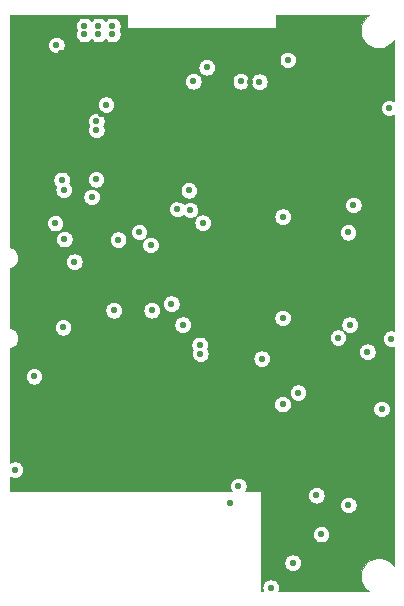
<source format=gbr>
%TF.GenerationSoftware,KiCad,Pcbnew,(5.1.6)-1*%
%TF.CreationDate,2020-07-04T15:59:08+08:00*%
%TF.ProjectId,24RF_Remote_Control,32345246-5f52-4656-9d6f-74655f436f6e,rev?*%
%TF.SameCoordinates,Original*%
%TF.FileFunction,Copper,L3,Inr*%
%TF.FilePolarity,Positive*%
%FSLAX46Y46*%
G04 Gerber Fmt 4.6, Leading zero omitted, Abs format (unit mm)*
G04 Created by KiCad (PCBNEW (5.1.6)-1) date 2020-07-04 15:59:08*
%MOMM*%
%LPD*%
G01*
G04 APERTURE LIST*
%TA.AperFunction,ViaPad*%
%ADD10C,0.600000*%
%TD*%
%TA.AperFunction,ViaPad*%
%ADD11C,0.500000*%
%TD*%
%TA.AperFunction,ViaPad*%
%ADD12C,0.550000*%
%TD*%
%TA.AperFunction,ViaPad*%
%ADD13C,0.250000*%
%TD*%
%TA.AperFunction,Conductor*%
%ADD14C,0.100000*%
%TD*%
G04 APERTURE END LIST*
D10*
%TO.N,GND*%
%TO.C,U1*%
X140504260Y-79791340D03*
X139404260Y-79791340D03*
X139954260Y-79241340D03*
X140504260Y-78691340D03*
X139404260Y-78691340D03*
%TD*%
D11*
%TO.N,GND*%
%TO.C,U4*%
X145091200Y-91704200D03*
X146366200Y-91704200D03*
X147641200Y-91704200D03*
X148916200Y-91704200D03*
X150191200Y-91704200D03*
X145091200Y-90429200D03*
X146366200Y-90429200D03*
X147641200Y-90429200D03*
X148916200Y-90429200D03*
X150191200Y-90429200D03*
X145091200Y-89154200D03*
X146366200Y-89154200D03*
X147641200Y-89154200D03*
X148916200Y-89154200D03*
X150191200Y-89154200D03*
X145091200Y-87879200D03*
X146366200Y-87879200D03*
X147641200Y-87879200D03*
X148916200Y-87879200D03*
X150191200Y-87879200D03*
X145091200Y-86604200D03*
X146366200Y-86604200D03*
X147641200Y-86604200D03*
X148916200Y-86604200D03*
X150191200Y-86604200D03*
%TD*%
D12*
%TO.N,GND*%
X149886260Y-81540940D03*
X151915720Y-81764460D03*
X143848680Y-106676780D03*
X153559100Y-103689740D03*
X160031020Y-102821060D03*
X151919455Y-97892265D03*
X138626440Y-72193740D03*
X141113100Y-72201360D03*
X142238320Y-72252160D03*
X143498160Y-72269940D03*
X145172040Y-75884360D03*
X147607880Y-72635700D03*
X148357180Y-72605220D03*
X149896420Y-72605220D03*
X152644700Y-72650940D03*
X159215680Y-73727920D03*
X153040940Y-78978080D03*
X148778820Y-76704780D03*
X147336100Y-82473120D03*
X151915720Y-82480740D03*
X156998260Y-85328080D03*
X142573600Y-76537140D03*
X132223100Y-86887640D03*
X144257620Y-96679340D03*
X132703160Y-84990260D03*
X130130140Y-80545260D03*
X130107280Y-85803060D03*
X130130140Y-75985960D03*
X132703160Y-77085780D03*
X154288080Y-93174140D03*
X133107020Y-75823400D03*
X136688420Y-73621220D03*
X133932520Y-70169360D03*
X130823560Y-70504640D03*
X139302080Y-84886100D03*
X141580460Y-84835320D03*
X133038440Y-97187340D03*
X143988380Y-82633140D03*
X135271100Y-79313360D03*
X137328500Y-75305240D03*
X140805760Y-76801300D03*
X145260920Y-94017420D03*
D13*
X133597240Y-91827940D03*
D12*
X152606600Y-81083740D03*
X153306600Y-81083740D03*
X154006600Y-81083740D03*
X152606600Y-81783740D03*
X153306600Y-81783740D03*
X154006600Y-81783740D03*
X152606600Y-82483740D03*
X153306600Y-82483740D03*
X154006600Y-82483740D03*
X155222800Y-87075620D03*
X155222800Y-90062620D03*
X154788460Y-88576740D03*
X155222800Y-89112680D03*
X155222800Y-87939200D03*
X159528100Y-105162940D03*
X161207040Y-107377820D03*
X158885480Y-103961520D03*
X132863180Y-100283600D03*
X137071960Y-97956960D03*
X159312200Y-92810920D03*
X156673140Y-96488840D03*
X157704380Y-96501520D03*
X158516206Y-96522727D03*
X131649060Y-100725560D03*
X133388960Y-74266380D03*
X135537800Y-73600900D03*
X138997280Y-90115980D03*
X155210100Y-85640500D03*
%TO.N,Net-(C1-Pad2)*%
X136896700Y-80872920D03*
%TO.N,+3V3*%
X135888320Y-67875740D03*
X158260640Y-108444620D03*
X153543860Y-113336660D03*
X133528660Y-69501340D03*
X152687880Y-99902600D03*
X161069880Y-100311540D03*
X131646520Y-97553100D03*
X134107780Y-93397660D03*
X161704860Y-74827720D03*
X151682040Y-115442320D03*
X155954320Y-110910960D03*
X149146702Y-72582359D03*
X150732080Y-72595060D03*
X158242860Y-85363640D03*
X152703120Y-92602640D03*
X158374940Y-93184300D03*
X152703120Y-84025060D03*
X141511880Y-86425360D03*
X136530940Y-82358820D03*
X144237300Y-93186840D03*
X136917787Y-75932789D03*
X137088320Y-67875740D03*
X138288320Y-67875740D03*
X135888320Y-68575740D03*
X137088320Y-68575740D03*
X138288320Y-68575740D03*
X155565700Y-107634360D03*
X154003600Y-98932320D03*
X130033620Y-105457580D03*
X138402940Y-91956160D03*
%TO.N,/ADC_BATT*%
X157384340Y-94266340D03*
%TO.N,/BUTTON__LEFT*%
X145685100Y-94883560D03*
%TO.N,/BUTTON_RIGHT*%
X159880579Y-95466341D03*
%TO.N,Net-(J1-Pad2)*%
X134211920Y-85932600D03*
X134161120Y-81744140D03*
%TO.N,Net-(J1-Pad3)*%
X133998560Y-80913560D03*
X133434680Y-84578402D03*
%TO.N,/SWDCLK*%
X140546548Y-85333028D03*
X138771220Y-85988500D03*
%TO.N,/RF_SCK*%
X143269560Y-91406300D03*
X141602260Y-91962560D03*
%TO.N,/OLED_FLASH_SCK*%
X144861059Y-83474961D03*
X145141540Y-72582360D03*
X146266760Y-71398720D03*
X144757925Y-81812795D03*
%TO.N,/Buzzer*%
X145741970Y-95631403D03*
%TO.N,/JY_Y*%
X148263200Y-108254120D03*
%TO.N,/JY_X*%
X150917500Y-96041780D03*
%TO.N,Net-(S1-Pad2)*%
X135062820Y-87832520D03*
%TO.N,/OLED_FLASH_MISO*%
X145922779Y-84536681D03*
X158692440Y-83039540D03*
%TO.N,/USER_LED*%
X148946460Y-106831720D03*
%TO.N,/CHARGE*%
X136916523Y-76693454D03*
X143792176Y-83387500D03*
%TO.N,/PGOOD*%
X137739980Y-74558480D03*
X153140000Y-70758640D03*
X161872520Y-94360320D03*
%TD*%
D14*
%TO.N,GND*%
G36*
X139561960Y-68015440D02*
G01*
X139562921Y-68025195D01*
X139565766Y-68034574D01*
X139570387Y-68043219D01*
X139576605Y-68050795D01*
X139584181Y-68057013D01*
X139592826Y-68061634D01*
X139602205Y-68064479D01*
X139611960Y-68065440D01*
X152101140Y-68065440D01*
X152110895Y-68064479D01*
X152120274Y-68061634D01*
X152128919Y-68057013D01*
X152136495Y-68050795D01*
X152142713Y-68043219D01*
X152147334Y-68034574D01*
X152150179Y-68025195D01*
X152151140Y-68015440D01*
X152151140Y-66955460D01*
X160029943Y-66955460D01*
X159868502Y-67063331D01*
X159655391Y-67276442D01*
X159487952Y-67527033D01*
X159372617Y-67805475D01*
X159313820Y-68101068D01*
X159313820Y-68402452D01*
X159372617Y-68698045D01*
X159487952Y-68976487D01*
X159655391Y-69227078D01*
X159868502Y-69440189D01*
X160119093Y-69607628D01*
X160397535Y-69722963D01*
X160693128Y-69781760D01*
X160994512Y-69781760D01*
X161290105Y-69722963D01*
X161568547Y-69607628D01*
X161819138Y-69440189D01*
X162032249Y-69227078D01*
X162109829Y-69110971D01*
X162109829Y-74250416D01*
X162038803Y-74202957D01*
X161910501Y-74149813D01*
X161774296Y-74122720D01*
X161635424Y-74122720D01*
X161499219Y-74149813D01*
X161370917Y-74202957D01*
X161255449Y-74280111D01*
X161157251Y-74378309D01*
X161080097Y-74493777D01*
X161026953Y-74622079D01*
X160999860Y-74758284D01*
X160999860Y-74897156D01*
X161026953Y-75033361D01*
X161080097Y-75161663D01*
X161157251Y-75277131D01*
X161255449Y-75375329D01*
X161370917Y-75452483D01*
X161499219Y-75505627D01*
X161635424Y-75532720D01*
X161774296Y-75532720D01*
X161910501Y-75505627D01*
X162038803Y-75452483D01*
X162109829Y-75405024D01*
X162109829Y-93695530D01*
X162078161Y-93682413D01*
X161941956Y-93655320D01*
X161803084Y-93655320D01*
X161666879Y-93682413D01*
X161538577Y-93735557D01*
X161423109Y-93812711D01*
X161324911Y-93910909D01*
X161247757Y-94026377D01*
X161194613Y-94154679D01*
X161167520Y-94290884D01*
X161167520Y-94429756D01*
X161194613Y-94565961D01*
X161247757Y-94694263D01*
X161324911Y-94809731D01*
X161423109Y-94907929D01*
X161538577Y-94985083D01*
X161666879Y-95038227D01*
X161803084Y-95065320D01*
X161941956Y-95065320D01*
X162078161Y-95038227D01*
X162109829Y-95025110D01*
X162109829Y-113602400D01*
X162032669Y-113486922D01*
X161819558Y-113273811D01*
X161568967Y-113106372D01*
X161290525Y-112991037D01*
X160994932Y-112932240D01*
X160693548Y-112932240D01*
X160397955Y-112991037D01*
X160119513Y-113106372D01*
X159868922Y-113273811D01*
X159655811Y-113486922D01*
X159488372Y-113737513D01*
X159373037Y-114015955D01*
X159314240Y-114311548D01*
X159314240Y-114612932D01*
X159373037Y-114908525D01*
X159488372Y-115186967D01*
X159655811Y-115437558D01*
X159868922Y-115650669D01*
X159976455Y-115722520D01*
X152329064Y-115722520D01*
X152359947Y-115647961D01*
X152387040Y-115511756D01*
X152387040Y-115372884D01*
X152359947Y-115236679D01*
X152306803Y-115108377D01*
X152229649Y-114992909D01*
X152131451Y-114894711D01*
X152015983Y-114817557D01*
X151887681Y-114764413D01*
X151751476Y-114737320D01*
X151612604Y-114737320D01*
X151476399Y-114764413D01*
X151348097Y-114817557D01*
X151232629Y-114894711D01*
X151134431Y-114992909D01*
X151057277Y-115108377D01*
X151004133Y-115236679D01*
X150977040Y-115372884D01*
X150977040Y-115511756D01*
X151004133Y-115647961D01*
X151035016Y-115722520D01*
X150868440Y-115722520D01*
X150868440Y-113267224D01*
X152838860Y-113267224D01*
X152838860Y-113406096D01*
X152865953Y-113542301D01*
X152919097Y-113670603D01*
X152996251Y-113786071D01*
X153094449Y-113884269D01*
X153209917Y-113961423D01*
X153338219Y-114014567D01*
X153474424Y-114041660D01*
X153613296Y-114041660D01*
X153749501Y-114014567D01*
X153877803Y-113961423D01*
X153993271Y-113884269D01*
X154091469Y-113786071D01*
X154168623Y-113670603D01*
X154221767Y-113542301D01*
X154248860Y-113406096D01*
X154248860Y-113267224D01*
X154221767Y-113131019D01*
X154168623Y-113002717D01*
X154091469Y-112887249D01*
X153993271Y-112789051D01*
X153877803Y-112711897D01*
X153749501Y-112658753D01*
X153613296Y-112631660D01*
X153474424Y-112631660D01*
X153338219Y-112658753D01*
X153209917Y-112711897D01*
X153094449Y-112789051D01*
X152996251Y-112887249D01*
X152919097Y-113002717D01*
X152865953Y-113131019D01*
X152838860Y-113267224D01*
X150868440Y-113267224D01*
X150868440Y-110841524D01*
X155249320Y-110841524D01*
X155249320Y-110980396D01*
X155276413Y-111116601D01*
X155329557Y-111244903D01*
X155406711Y-111360371D01*
X155504909Y-111458569D01*
X155620377Y-111535723D01*
X155748679Y-111588867D01*
X155884884Y-111615960D01*
X156023756Y-111615960D01*
X156159961Y-111588867D01*
X156288263Y-111535723D01*
X156403731Y-111458569D01*
X156501929Y-111360371D01*
X156579083Y-111244903D01*
X156632227Y-111116601D01*
X156659320Y-110980396D01*
X156659320Y-110841524D01*
X156632227Y-110705319D01*
X156579083Y-110577017D01*
X156501929Y-110461549D01*
X156403731Y-110363351D01*
X156288263Y-110286197D01*
X156159961Y-110233053D01*
X156023756Y-110205960D01*
X155884884Y-110205960D01*
X155748679Y-110233053D01*
X155620377Y-110286197D01*
X155504909Y-110363351D01*
X155406711Y-110461549D01*
X155329557Y-110577017D01*
X155276413Y-110705319D01*
X155249320Y-110841524D01*
X150868440Y-110841524D01*
X150868440Y-108375184D01*
X157555640Y-108375184D01*
X157555640Y-108514056D01*
X157582733Y-108650261D01*
X157635877Y-108778563D01*
X157713031Y-108894031D01*
X157811229Y-108992229D01*
X157926697Y-109069383D01*
X158054999Y-109122527D01*
X158191204Y-109149620D01*
X158330076Y-109149620D01*
X158466281Y-109122527D01*
X158594583Y-109069383D01*
X158710051Y-108992229D01*
X158808249Y-108894031D01*
X158885403Y-108778563D01*
X158938547Y-108650261D01*
X158965640Y-108514056D01*
X158965640Y-108375184D01*
X158938547Y-108238979D01*
X158885403Y-108110677D01*
X158808249Y-107995209D01*
X158710051Y-107897011D01*
X158594583Y-107819857D01*
X158466281Y-107766713D01*
X158330076Y-107739620D01*
X158191204Y-107739620D01*
X158054999Y-107766713D01*
X157926697Y-107819857D01*
X157811229Y-107897011D01*
X157713031Y-107995209D01*
X157635877Y-108110677D01*
X157582733Y-108238979D01*
X157555640Y-108375184D01*
X150868440Y-108375184D01*
X150868440Y-107564924D01*
X154860700Y-107564924D01*
X154860700Y-107703796D01*
X154887793Y-107840001D01*
X154940937Y-107968303D01*
X155018091Y-108083771D01*
X155116289Y-108181969D01*
X155231757Y-108259123D01*
X155360059Y-108312267D01*
X155496264Y-108339360D01*
X155635136Y-108339360D01*
X155771341Y-108312267D01*
X155899643Y-108259123D01*
X156015111Y-108181969D01*
X156113309Y-108083771D01*
X156190463Y-107968303D01*
X156243607Y-107840001D01*
X156270700Y-107703796D01*
X156270700Y-107564924D01*
X156243607Y-107428719D01*
X156190463Y-107300417D01*
X156113309Y-107184949D01*
X156015111Y-107086751D01*
X155899643Y-107009597D01*
X155771341Y-106956453D01*
X155635136Y-106929360D01*
X155496264Y-106929360D01*
X155360059Y-106956453D01*
X155231757Y-107009597D01*
X155116289Y-107086751D01*
X155018091Y-107184949D01*
X154940937Y-107300417D01*
X154887793Y-107428719D01*
X154860700Y-107564924D01*
X150868440Y-107564924D01*
X150868440Y-107309240D01*
X150867479Y-107299485D01*
X150864634Y-107290106D01*
X150860013Y-107281461D01*
X150853795Y-107273885D01*
X150846219Y-107267667D01*
X150837574Y-107263046D01*
X150828195Y-107260201D01*
X150818440Y-107259240D01*
X149508696Y-107259240D01*
X149571223Y-107165663D01*
X149624367Y-107037361D01*
X149651460Y-106901156D01*
X149651460Y-106762284D01*
X149624367Y-106626079D01*
X149571223Y-106497777D01*
X149494069Y-106382309D01*
X149395871Y-106284111D01*
X149280403Y-106206957D01*
X149152101Y-106153813D01*
X149015896Y-106126720D01*
X148877024Y-106126720D01*
X148740819Y-106153813D01*
X148612517Y-106206957D01*
X148497049Y-106284111D01*
X148398851Y-106382309D01*
X148321697Y-106497777D01*
X148268553Y-106626079D01*
X148241460Y-106762284D01*
X148241460Y-106901156D01*
X148268553Y-107037361D01*
X148321697Y-107165663D01*
X148384224Y-107259240D01*
X129634329Y-107259240D01*
X129634329Y-106038678D01*
X129699677Y-106082343D01*
X129827979Y-106135487D01*
X129964184Y-106162580D01*
X130103056Y-106162580D01*
X130239261Y-106135487D01*
X130367563Y-106082343D01*
X130483031Y-106005189D01*
X130581229Y-105906991D01*
X130658383Y-105791523D01*
X130711527Y-105663221D01*
X130738620Y-105527016D01*
X130738620Y-105388144D01*
X130711527Y-105251939D01*
X130658383Y-105123637D01*
X130581229Y-105008169D01*
X130483031Y-104909971D01*
X130367563Y-104832817D01*
X130239261Y-104779673D01*
X130103056Y-104752580D01*
X129964184Y-104752580D01*
X129827979Y-104779673D01*
X129699677Y-104832817D01*
X129634329Y-104876482D01*
X129634329Y-99833164D01*
X151982880Y-99833164D01*
X151982880Y-99972036D01*
X152009973Y-100108241D01*
X152063117Y-100236543D01*
X152140271Y-100352011D01*
X152238469Y-100450209D01*
X152353937Y-100527363D01*
X152482239Y-100580507D01*
X152618444Y-100607600D01*
X152757316Y-100607600D01*
X152893521Y-100580507D01*
X153021823Y-100527363D01*
X153137291Y-100450209D01*
X153235489Y-100352011D01*
X153308927Y-100242104D01*
X160364880Y-100242104D01*
X160364880Y-100380976D01*
X160391973Y-100517181D01*
X160445117Y-100645483D01*
X160522271Y-100760951D01*
X160620469Y-100859149D01*
X160735937Y-100936303D01*
X160864239Y-100989447D01*
X161000444Y-101016540D01*
X161139316Y-101016540D01*
X161275521Y-100989447D01*
X161403823Y-100936303D01*
X161519291Y-100859149D01*
X161617489Y-100760951D01*
X161694643Y-100645483D01*
X161747787Y-100517181D01*
X161774880Y-100380976D01*
X161774880Y-100242104D01*
X161747787Y-100105899D01*
X161694643Y-99977597D01*
X161617489Y-99862129D01*
X161519291Y-99763931D01*
X161403823Y-99686777D01*
X161275521Y-99633633D01*
X161139316Y-99606540D01*
X161000444Y-99606540D01*
X160864239Y-99633633D01*
X160735937Y-99686777D01*
X160620469Y-99763931D01*
X160522271Y-99862129D01*
X160445117Y-99977597D01*
X160391973Y-100105899D01*
X160364880Y-100242104D01*
X153308927Y-100242104D01*
X153312643Y-100236543D01*
X153365787Y-100108241D01*
X153392880Y-99972036D01*
X153392880Y-99833164D01*
X153365787Y-99696959D01*
X153312643Y-99568657D01*
X153235489Y-99453189D01*
X153137291Y-99354991D01*
X153021823Y-99277837D01*
X152893521Y-99224693D01*
X152757316Y-99197600D01*
X152618444Y-99197600D01*
X152482239Y-99224693D01*
X152353937Y-99277837D01*
X152238469Y-99354991D01*
X152140271Y-99453189D01*
X152063117Y-99568657D01*
X152009973Y-99696959D01*
X151982880Y-99833164D01*
X129634329Y-99833164D01*
X129634329Y-98862884D01*
X153298600Y-98862884D01*
X153298600Y-99001756D01*
X153325693Y-99137961D01*
X153378837Y-99266263D01*
X153455991Y-99381731D01*
X153554189Y-99479929D01*
X153669657Y-99557083D01*
X153797959Y-99610227D01*
X153934164Y-99637320D01*
X154073036Y-99637320D01*
X154209241Y-99610227D01*
X154337543Y-99557083D01*
X154453011Y-99479929D01*
X154551209Y-99381731D01*
X154628363Y-99266263D01*
X154681507Y-99137961D01*
X154708600Y-99001756D01*
X154708600Y-98862884D01*
X154681507Y-98726679D01*
X154628363Y-98598377D01*
X154551209Y-98482909D01*
X154453011Y-98384711D01*
X154337543Y-98307557D01*
X154209241Y-98254413D01*
X154073036Y-98227320D01*
X153934164Y-98227320D01*
X153797959Y-98254413D01*
X153669657Y-98307557D01*
X153554189Y-98384711D01*
X153455991Y-98482909D01*
X153378837Y-98598377D01*
X153325693Y-98726679D01*
X153298600Y-98862884D01*
X129634329Y-98862884D01*
X129634329Y-97483664D01*
X130941520Y-97483664D01*
X130941520Y-97622536D01*
X130968613Y-97758741D01*
X131021757Y-97887043D01*
X131098911Y-98002511D01*
X131197109Y-98100709D01*
X131312577Y-98177863D01*
X131440879Y-98231007D01*
X131577084Y-98258100D01*
X131715956Y-98258100D01*
X131852161Y-98231007D01*
X131980463Y-98177863D01*
X132095931Y-98100709D01*
X132194129Y-98002511D01*
X132271283Y-97887043D01*
X132324427Y-97758741D01*
X132351520Y-97622536D01*
X132351520Y-97483664D01*
X132324427Y-97347459D01*
X132271283Y-97219157D01*
X132194129Y-97103689D01*
X132095931Y-97005491D01*
X131980463Y-96928337D01*
X131852161Y-96875193D01*
X131715956Y-96848100D01*
X131577084Y-96848100D01*
X131440879Y-96875193D01*
X131312577Y-96928337D01*
X131197109Y-97005491D01*
X131098911Y-97103689D01*
X131021757Y-97219157D01*
X130968613Y-97347459D01*
X130941520Y-97483664D01*
X129634329Y-97483664D01*
X129634329Y-95161805D01*
X129708647Y-95147022D01*
X129868796Y-95080686D01*
X130012927Y-94984381D01*
X130135501Y-94861807D01*
X130167361Y-94814124D01*
X144980100Y-94814124D01*
X144980100Y-94952996D01*
X145007193Y-95089201D01*
X145060337Y-95217503D01*
X145115889Y-95300642D01*
X145064063Y-95425762D01*
X145036970Y-95561967D01*
X145036970Y-95700839D01*
X145064063Y-95837044D01*
X145117207Y-95965346D01*
X145194361Y-96080814D01*
X145292559Y-96179012D01*
X145408027Y-96256166D01*
X145536329Y-96309310D01*
X145672534Y-96336403D01*
X145811406Y-96336403D01*
X145947611Y-96309310D01*
X146075913Y-96256166D01*
X146191381Y-96179012D01*
X146289579Y-96080814D01*
X146362057Y-95972344D01*
X150212500Y-95972344D01*
X150212500Y-96111216D01*
X150239593Y-96247421D01*
X150292737Y-96375723D01*
X150369891Y-96491191D01*
X150468089Y-96589389D01*
X150583557Y-96666543D01*
X150711859Y-96719687D01*
X150848064Y-96746780D01*
X150986936Y-96746780D01*
X151123141Y-96719687D01*
X151251443Y-96666543D01*
X151366911Y-96589389D01*
X151465109Y-96491191D01*
X151542263Y-96375723D01*
X151595407Y-96247421D01*
X151622500Y-96111216D01*
X151622500Y-95972344D01*
X151595407Y-95836139D01*
X151542263Y-95707837D01*
X151465109Y-95592369D01*
X151366911Y-95494171D01*
X151251443Y-95417017D01*
X151202888Y-95396905D01*
X159175579Y-95396905D01*
X159175579Y-95535777D01*
X159202672Y-95671982D01*
X159255816Y-95800284D01*
X159332970Y-95915752D01*
X159431168Y-96013950D01*
X159546636Y-96091104D01*
X159674938Y-96144248D01*
X159811143Y-96171341D01*
X159950015Y-96171341D01*
X160086220Y-96144248D01*
X160214522Y-96091104D01*
X160329990Y-96013950D01*
X160428188Y-95915752D01*
X160505342Y-95800284D01*
X160558486Y-95671982D01*
X160585579Y-95535777D01*
X160585579Y-95396905D01*
X160558486Y-95260700D01*
X160505342Y-95132398D01*
X160428188Y-95016930D01*
X160329990Y-94918732D01*
X160214522Y-94841578D01*
X160086220Y-94788434D01*
X159950015Y-94761341D01*
X159811143Y-94761341D01*
X159674938Y-94788434D01*
X159546636Y-94841578D01*
X159431168Y-94918732D01*
X159332970Y-95016930D01*
X159255816Y-95132398D01*
X159202672Y-95260700D01*
X159175579Y-95396905D01*
X151202888Y-95396905D01*
X151123141Y-95363873D01*
X150986936Y-95336780D01*
X150848064Y-95336780D01*
X150711859Y-95363873D01*
X150583557Y-95417017D01*
X150468089Y-95494171D01*
X150369891Y-95592369D01*
X150292737Y-95707837D01*
X150239593Y-95836139D01*
X150212500Y-95972344D01*
X146362057Y-95972344D01*
X146366733Y-95965346D01*
X146419877Y-95837044D01*
X146446970Y-95700839D01*
X146446970Y-95561967D01*
X146419877Y-95425762D01*
X146366733Y-95297460D01*
X146311181Y-95214321D01*
X146363007Y-95089201D01*
X146390100Y-94952996D01*
X146390100Y-94814124D01*
X146363007Y-94677919D01*
X146309863Y-94549617D01*
X146232709Y-94434149D01*
X146134511Y-94335951D01*
X146019043Y-94258797D01*
X145890741Y-94205653D01*
X145846758Y-94196904D01*
X156679340Y-94196904D01*
X156679340Y-94335776D01*
X156706433Y-94471981D01*
X156759577Y-94600283D01*
X156836731Y-94715751D01*
X156934929Y-94813949D01*
X157050397Y-94891103D01*
X157178699Y-94944247D01*
X157314904Y-94971340D01*
X157453776Y-94971340D01*
X157589981Y-94944247D01*
X157718283Y-94891103D01*
X157833751Y-94813949D01*
X157931949Y-94715751D01*
X158009103Y-94600283D01*
X158062247Y-94471981D01*
X158089340Y-94335776D01*
X158089340Y-94196904D01*
X158062247Y-94060699D01*
X158009103Y-93932397D01*
X157931949Y-93816929D01*
X157833751Y-93718731D01*
X157718283Y-93641577D01*
X157589981Y-93588433D01*
X157453776Y-93561340D01*
X157314904Y-93561340D01*
X157178699Y-93588433D01*
X157050397Y-93641577D01*
X156934929Y-93718731D01*
X156836731Y-93816929D01*
X156759577Y-93932397D01*
X156706433Y-94060699D01*
X156679340Y-94196904D01*
X145846758Y-94196904D01*
X145754536Y-94178560D01*
X145615664Y-94178560D01*
X145479459Y-94205653D01*
X145351157Y-94258797D01*
X145235689Y-94335951D01*
X145137491Y-94434149D01*
X145060337Y-94549617D01*
X145007193Y-94677919D01*
X144980100Y-94814124D01*
X130167361Y-94814124D01*
X130231806Y-94717676D01*
X130298142Y-94557527D01*
X130331960Y-94387512D01*
X130331960Y-94214168D01*
X130298142Y-94044153D01*
X130231806Y-93884004D01*
X130135501Y-93739873D01*
X130012927Y-93617299D01*
X129868796Y-93520994D01*
X129708647Y-93454658D01*
X129634329Y-93439875D01*
X129634329Y-93328224D01*
X133402780Y-93328224D01*
X133402780Y-93467096D01*
X133429873Y-93603301D01*
X133483017Y-93731603D01*
X133560171Y-93847071D01*
X133658369Y-93945269D01*
X133773837Y-94022423D01*
X133902139Y-94075567D01*
X134038344Y-94102660D01*
X134177216Y-94102660D01*
X134313421Y-94075567D01*
X134441723Y-94022423D01*
X134557191Y-93945269D01*
X134655389Y-93847071D01*
X134732543Y-93731603D01*
X134785687Y-93603301D01*
X134812780Y-93467096D01*
X134812780Y-93328224D01*
X134785687Y-93192019D01*
X134754781Y-93117404D01*
X143532300Y-93117404D01*
X143532300Y-93256276D01*
X143559393Y-93392481D01*
X143612537Y-93520783D01*
X143689691Y-93636251D01*
X143787889Y-93734449D01*
X143903357Y-93811603D01*
X144031659Y-93864747D01*
X144167864Y-93891840D01*
X144306736Y-93891840D01*
X144442941Y-93864747D01*
X144571243Y-93811603D01*
X144686711Y-93734449D01*
X144784909Y-93636251D01*
X144862063Y-93520783D01*
X144915207Y-93392481D01*
X144942300Y-93256276D01*
X144942300Y-93117404D01*
X144915207Y-92981199D01*
X144862063Y-92852897D01*
X144784909Y-92737429D01*
X144686711Y-92639231D01*
X144571243Y-92562077D01*
X144501537Y-92533204D01*
X151998120Y-92533204D01*
X151998120Y-92672076D01*
X152025213Y-92808281D01*
X152078357Y-92936583D01*
X152155511Y-93052051D01*
X152253709Y-93150249D01*
X152369177Y-93227403D01*
X152497479Y-93280547D01*
X152633684Y-93307640D01*
X152772556Y-93307640D01*
X152908761Y-93280547D01*
X153037063Y-93227403D01*
X153152531Y-93150249D01*
X153187916Y-93114864D01*
X157669940Y-93114864D01*
X157669940Y-93253736D01*
X157697033Y-93389941D01*
X157750177Y-93518243D01*
X157827331Y-93633711D01*
X157925529Y-93731909D01*
X158040997Y-93809063D01*
X158169299Y-93862207D01*
X158305504Y-93889300D01*
X158444376Y-93889300D01*
X158580581Y-93862207D01*
X158708883Y-93809063D01*
X158824351Y-93731909D01*
X158922549Y-93633711D01*
X158999703Y-93518243D01*
X159052847Y-93389941D01*
X159079940Y-93253736D01*
X159079940Y-93114864D01*
X159052847Y-92978659D01*
X158999703Y-92850357D01*
X158922549Y-92734889D01*
X158824351Y-92636691D01*
X158708883Y-92559537D01*
X158580581Y-92506393D01*
X158444376Y-92479300D01*
X158305504Y-92479300D01*
X158169299Y-92506393D01*
X158040997Y-92559537D01*
X157925529Y-92636691D01*
X157827331Y-92734889D01*
X157750177Y-92850357D01*
X157697033Y-92978659D01*
X157669940Y-93114864D01*
X153187916Y-93114864D01*
X153250729Y-93052051D01*
X153327883Y-92936583D01*
X153381027Y-92808281D01*
X153408120Y-92672076D01*
X153408120Y-92533204D01*
X153381027Y-92396999D01*
X153327883Y-92268697D01*
X153250729Y-92153229D01*
X153152531Y-92055031D01*
X153037063Y-91977877D01*
X152908761Y-91924733D01*
X152772556Y-91897640D01*
X152633684Y-91897640D01*
X152497479Y-91924733D01*
X152369177Y-91977877D01*
X152253709Y-92055031D01*
X152155511Y-92153229D01*
X152078357Y-92268697D01*
X152025213Y-92396999D01*
X151998120Y-92533204D01*
X144501537Y-92533204D01*
X144442941Y-92508933D01*
X144306736Y-92481840D01*
X144167864Y-92481840D01*
X144031659Y-92508933D01*
X143903357Y-92562077D01*
X143787889Y-92639231D01*
X143689691Y-92737429D01*
X143612537Y-92852897D01*
X143559393Y-92981199D01*
X143532300Y-93117404D01*
X134754781Y-93117404D01*
X134732543Y-93063717D01*
X134655389Y-92948249D01*
X134557191Y-92850051D01*
X134441723Y-92772897D01*
X134313421Y-92719753D01*
X134177216Y-92692660D01*
X134038344Y-92692660D01*
X133902139Y-92719753D01*
X133773837Y-92772897D01*
X133658369Y-92850051D01*
X133560171Y-92948249D01*
X133483017Y-93063717D01*
X133429873Y-93192019D01*
X133402780Y-93328224D01*
X129634329Y-93328224D01*
X129634329Y-91886724D01*
X137697940Y-91886724D01*
X137697940Y-92025596D01*
X137725033Y-92161801D01*
X137778177Y-92290103D01*
X137855331Y-92405571D01*
X137953529Y-92503769D01*
X138068997Y-92580923D01*
X138197299Y-92634067D01*
X138333504Y-92661160D01*
X138472376Y-92661160D01*
X138608581Y-92634067D01*
X138736883Y-92580923D01*
X138852351Y-92503769D01*
X138950549Y-92405571D01*
X139027703Y-92290103D01*
X139080847Y-92161801D01*
X139107940Y-92025596D01*
X139107940Y-91893124D01*
X140897260Y-91893124D01*
X140897260Y-92031996D01*
X140924353Y-92168201D01*
X140977497Y-92296503D01*
X141054651Y-92411971D01*
X141152849Y-92510169D01*
X141268317Y-92587323D01*
X141396619Y-92640467D01*
X141532824Y-92667560D01*
X141671696Y-92667560D01*
X141807901Y-92640467D01*
X141936203Y-92587323D01*
X142051671Y-92510169D01*
X142149869Y-92411971D01*
X142227023Y-92296503D01*
X142280167Y-92168201D01*
X142307260Y-92031996D01*
X142307260Y-91893124D01*
X142280167Y-91756919D01*
X142227023Y-91628617D01*
X142149869Y-91513149D01*
X142051671Y-91414951D01*
X141936203Y-91337797D01*
X141933951Y-91336864D01*
X142564560Y-91336864D01*
X142564560Y-91475736D01*
X142591653Y-91611941D01*
X142644797Y-91740243D01*
X142721951Y-91855711D01*
X142820149Y-91953909D01*
X142935617Y-92031063D01*
X143063919Y-92084207D01*
X143200124Y-92111300D01*
X143338996Y-92111300D01*
X143475201Y-92084207D01*
X143603503Y-92031063D01*
X143718971Y-91953909D01*
X143817169Y-91855711D01*
X143894323Y-91740243D01*
X143947467Y-91611941D01*
X143974560Y-91475736D01*
X143974560Y-91336864D01*
X143947467Y-91200659D01*
X143894323Y-91072357D01*
X143817169Y-90956889D01*
X143718971Y-90858691D01*
X143603503Y-90781537D01*
X143475201Y-90728393D01*
X143338996Y-90701300D01*
X143200124Y-90701300D01*
X143063919Y-90728393D01*
X142935617Y-90781537D01*
X142820149Y-90858691D01*
X142721951Y-90956889D01*
X142644797Y-91072357D01*
X142591653Y-91200659D01*
X142564560Y-91336864D01*
X141933951Y-91336864D01*
X141807901Y-91284653D01*
X141671696Y-91257560D01*
X141532824Y-91257560D01*
X141396619Y-91284653D01*
X141268317Y-91337797D01*
X141152849Y-91414951D01*
X141054651Y-91513149D01*
X140977497Y-91628617D01*
X140924353Y-91756919D01*
X140897260Y-91893124D01*
X139107940Y-91893124D01*
X139107940Y-91886724D01*
X139080847Y-91750519D01*
X139027703Y-91622217D01*
X138950549Y-91506749D01*
X138852351Y-91408551D01*
X138736883Y-91331397D01*
X138608581Y-91278253D01*
X138472376Y-91251160D01*
X138333504Y-91251160D01*
X138197299Y-91278253D01*
X138068997Y-91331397D01*
X137953529Y-91408551D01*
X137855331Y-91506749D01*
X137778177Y-91622217D01*
X137725033Y-91750519D01*
X137697940Y-91886724D01*
X129634329Y-91886724D01*
X129634329Y-88361805D01*
X129708647Y-88347022D01*
X129868796Y-88280686D01*
X130012927Y-88184381D01*
X130135501Y-88061807D01*
X130231806Y-87917676D01*
X130295840Y-87763084D01*
X134357820Y-87763084D01*
X134357820Y-87901956D01*
X134384913Y-88038161D01*
X134438057Y-88166463D01*
X134515211Y-88281931D01*
X134613409Y-88380129D01*
X134728877Y-88457283D01*
X134857179Y-88510427D01*
X134993384Y-88537520D01*
X135132256Y-88537520D01*
X135268461Y-88510427D01*
X135396763Y-88457283D01*
X135512231Y-88380129D01*
X135610429Y-88281931D01*
X135687583Y-88166463D01*
X135740727Y-88038161D01*
X135767820Y-87901956D01*
X135767820Y-87763084D01*
X135740727Y-87626879D01*
X135687583Y-87498577D01*
X135610429Y-87383109D01*
X135512231Y-87284911D01*
X135396763Y-87207757D01*
X135268461Y-87154613D01*
X135132256Y-87127520D01*
X134993384Y-87127520D01*
X134857179Y-87154613D01*
X134728877Y-87207757D01*
X134613409Y-87284911D01*
X134515211Y-87383109D01*
X134438057Y-87498577D01*
X134384913Y-87626879D01*
X134357820Y-87763084D01*
X130295840Y-87763084D01*
X130298142Y-87757527D01*
X130331960Y-87587512D01*
X130331960Y-87414168D01*
X130298142Y-87244153D01*
X130231806Y-87084004D01*
X130135501Y-86939873D01*
X130012927Y-86817299D01*
X129868796Y-86720994D01*
X129708647Y-86654658D01*
X129634329Y-86639875D01*
X129634329Y-85863164D01*
X133506920Y-85863164D01*
X133506920Y-86002036D01*
X133534013Y-86138241D01*
X133587157Y-86266543D01*
X133664311Y-86382011D01*
X133762509Y-86480209D01*
X133877977Y-86557363D01*
X134006279Y-86610507D01*
X134142484Y-86637600D01*
X134281356Y-86637600D01*
X134417561Y-86610507D01*
X134545863Y-86557363D01*
X134661331Y-86480209D01*
X134759529Y-86382011D01*
X134836683Y-86266543D01*
X134889827Y-86138241D01*
X134916920Y-86002036D01*
X134916920Y-85919064D01*
X138066220Y-85919064D01*
X138066220Y-86057936D01*
X138093313Y-86194141D01*
X138146457Y-86322443D01*
X138223611Y-86437911D01*
X138321809Y-86536109D01*
X138437277Y-86613263D01*
X138565579Y-86666407D01*
X138701784Y-86693500D01*
X138840656Y-86693500D01*
X138976861Y-86666407D01*
X139105163Y-86613263D01*
X139220631Y-86536109D01*
X139318829Y-86437911D01*
X139373611Y-86355924D01*
X140806880Y-86355924D01*
X140806880Y-86494796D01*
X140833973Y-86631001D01*
X140887117Y-86759303D01*
X140964271Y-86874771D01*
X141062469Y-86972969D01*
X141177937Y-87050123D01*
X141306239Y-87103267D01*
X141442444Y-87130360D01*
X141581316Y-87130360D01*
X141717521Y-87103267D01*
X141845823Y-87050123D01*
X141961291Y-86972969D01*
X142059489Y-86874771D01*
X142136643Y-86759303D01*
X142189787Y-86631001D01*
X142216880Y-86494796D01*
X142216880Y-86355924D01*
X142189787Y-86219719D01*
X142136643Y-86091417D01*
X142059489Y-85975949D01*
X141961291Y-85877751D01*
X141845823Y-85800597D01*
X141717521Y-85747453D01*
X141581316Y-85720360D01*
X141442444Y-85720360D01*
X141306239Y-85747453D01*
X141177937Y-85800597D01*
X141062469Y-85877751D01*
X140964271Y-85975949D01*
X140887117Y-86091417D01*
X140833973Y-86219719D01*
X140806880Y-86355924D01*
X139373611Y-86355924D01*
X139395983Y-86322443D01*
X139449127Y-86194141D01*
X139476220Y-86057936D01*
X139476220Y-85919064D01*
X139449127Y-85782859D01*
X139395983Y-85654557D01*
X139318829Y-85539089D01*
X139220631Y-85440891D01*
X139105163Y-85363737D01*
X138976861Y-85310593D01*
X138840656Y-85283500D01*
X138701784Y-85283500D01*
X138565579Y-85310593D01*
X138437277Y-85363737D01*
X138321809Y-85440891D01*
X138223611Y-85539089D01*
X138146457Y-85654557D01*
X138093313Y-85782859D01*
X138066220Y-85919064D01*
X134916920Y-85919064D01*
X134916920Y-85863164D01*
X134889827Y-85726959D01*
X134836683Y-85598657D01*
X134759529Y-85483189D01*
X134661331Y-85384991D01*
X134545863Y-85307837D01*
X134439046Y-85263592D01*
X139841548Y-85263592D01*
X139841548Y-85402464D01*
X139868641Y-85538669D01*
X139921785Y-85666971D01*
X139998939Y-85782439D01*
X140097137Y-85880637D01*
X140212605Y-85957791D01*
X140340907Y-86010935D01*
X140477112Y-86038028D01*
X140615984Y-86038028D01*
X140752189Y-86010935D01*
X140880491Y-85957791D01*
X140995959Y-85880637D01*
X141094157Y-85782439D01*
X141171311Y-85666971D01*
X141224455Y-85538669D01*
X141251548Y-85402464D01*
X141251548Y-85294204D01*
X157537860Y-85294204D01*
X157537860Y-85433076D01*
X157564953Y-85569281D01*
X157618097Y-85697583D01*
X157695251Y-85813051D01*
X157793449Y-85911249D01*
X157908917Y-85988403D01*
X158037219Y-86041547D01*
X158173424Y-86068640D01*
X158312296Y-86068640D01*
X158448501Y-86041547D01*
X158576803Y-85988403D01*
X158692271Y-85911249D01*
X158790469Y-85813051D01*
X158867623Y-85697583D01*
X158920767Y-85569281D01*
X158947860Y-85433076D01*
X158947860Y-85294204D01*
X158920767Y-85157999D01*
X158867623Y-85029697D01*
X158790469Y-84914229D01*
X158692271Y-84816031D01*
X158576803Y-84738877D01*
X158448501Y-84685733D01*
X158312296Y-84658640D01*
X158173424Y-84658640D01*
X158037219Y-84685733D01*
X157908917Y-84738877D01*
X157793449Y-84816031D01*
X157695251Y-84914229D01*
X157618097Y-85029697D01*
X157564953Y-85157999D01*
X157537860Y-85294204D01*
X141251548Y-85294204D01*
X141251548Y-85263592D01*
X141224455Y-85127387D01*
X141171311Y-84999085D01*
X141094157Y-84883617D01*
X140995959Y-84785419D01*
X140880491Y-84708265D01*
X140752189Y-84655121D01*
X140615984Y-84628028D01*
X140477112Y-84628028D01*
X140340907Y-84655121D01*
X140212605Y-84708265D01*
X140097137Y-84785419D01*
X139998939Y-84883617D01*
X139921785Y-84999085D01*
X139868641Y-85127387D01*
X139841548Y-85263592D01*
X134439046Y-85263592D01*
X134417561Y-85254693D01*
X134281356Y-85227600D01*
X134142484Y-85227600D01*
X134006279Y-85254693D01*
X133877977Y-85307837D01*
X133762509Y-85384991D01*
X133664311Y-85483189D01*
X133587157Y-85598657D01*
X133534013Y-85726959D01*
X133506920Y-85863164D01*
X129634329Y-85863164D01*
X129634329Y-84508966D01*
X132729680Y-84508966D01*
X132729680Y-84647838D01*
X132756773Y-84784043D01*
X132809917Y-84912345D01*
X132887071Y-85027813D01*
X132985269Y-85126011D01*
X133100737Y-85203165D01*
X133229039Y-85256309D01*
X133365244Y-85283402D01*
X133504116Y-85283402D01*
X133640321Y-85256309D01*
X133768623Y-85203165D01*
X133884091Y-85126011D01*
X133982289Y-85027813D01*
X134059443Y-84912345D01*
X134112587Y-84784043D01*
X134139680Y-84647838D01*
X134139680Y-84508966D01*
X134131382Y-84467245D01*
X145217779Y-84467245D01*
X145217779Y-84606117D01*
X145244872Y-84742322D01*
X145298016Y-84870624D01*
X145375170Y-84986092D01*
X145473368Y-85084290D01*
X145588836Y-85161444D01*
X145717138Y-85214588D01*
X145853343Y-85241681D01*
X145992215Y-85241681D01*
X146128420Y-85214588D01*
X146256722Y-85161444D01*
X146372190Y-85084290D01*
X146470388Y-84986092D01*
X146547542Y-84870624D01*
X146600686Y-84742322D01*
X146627779Y-84606117D01*
X146627779Y-84467245D01*
X146600686Y-84331040D01*
X146547542Y-84202738D01*
X146470388Y-84087270D01*
X146372190Y-83989072D01*
X146322133Y-83955624D01*
X151998120Y-83955624D01*
X151998120Y-84094496D01*
X152025213Y-84230701D01*
X152078357Y-84359003D01*
X152155511Y-84474471D01*
X152253709Y-84572669D01*
X152369177Y-84649823D01*
X152497479Y-84702967D01*
X152633684Y-84730060D01*
X152772556Y-84730060D01*
X152908761Y-84702967D01*
X153037063Y-84649823D01*
X153152531Y-84572669D01*
X153250729Y-84474471D01*
X153327883Y-84359003D01*
X153381027Y-84230701D01*
X153408120Y-84094496D01*
X153408120Y-83955624D01*
X153381027Y-83819419D01*
X153327883Y-83691117D01*
X153250729Y-83575649D01*
X153152531Y-83477451D01*
X153037063Y-83400297D01*
X152908761Y-83347153D01*
X152772556Y-83320060D01*
X152633684Y-83320060D01*
X152497479Y-83347153D01*
X152369177Y-83400297D01*
X152253709Y-83477451D01*
X152155511Y-83575649D01*
X152078357Y-83691117D01*
X152025213Y-83819419D01*
X151998120Y-83955624D01*
X146322133Y-83955624D01*
X146256722Y-83911918D01*
X146128420Y-83858774D01*
X145992215Y-83831681D01*
X145853343Y-83831681D01*
X145717138Y-83858774D01*
X145588836Y-83911918D01*
X145473368Y-83989072D01*
X145375170Y-84087270D01*
X145298016Y-84202738D01*
X145244872Y-84331040D01*
X145217779Y-84467245D01*
X134131382Y-84467245D01*
X134112587Y-84372761D01*
X134059443Y-84244459D01*
X133982289Y-84128991D01*
X133884091Y-84030793D01*
X133768623Y-83953639D01*
X133640321Y-83900495D01*
X133504116Y-83873402D01*
X133365244Y-83873402D01*
X133229039Y-83900495D01*
X133100737Y-83953639D01*
X132985269Y-84030793D01*
X132887071Y-84128991D01*
X132809917Y-84244459D01*
X132756773Y-84372761D01*
X132729680Y-84508966D01*
X129634329Y-84508966D01*
X129634329Y-83318064D01*
X143087176Y-83318064D01*
X143087176Y-83456936D01*
X143114269Y-83593141D01*
X143167413Y-83721443D01*
X143244567Y-83836911D01*
X143342765Y-83935109D01*
X143458233Y-84012263D01*
X143586535Y-84065407D01*
X143722740Y-84092500D01*
X143861612Y-84092500D01*
X143997817Y-84065407D01*
X144126119Y-84012263D01*
X144241587Y-83935109D01*
X144288966Y-83887730D01*
X144313450Y-83924372D01*
X144411648Y-84022570D01*
X144527116Y-84099724D01*
X144655418Y-84152868D01*
X144791623Y-84179961D01*
X144930495Y-84179961D01*
X145066700Y-84152868D01*
X145195002Y-84099724D01*
X145310470Y-84022570D01*
X145408668Y-83924372D01*
X145485822Y-83808904D01*
X145538966Y-83680602D01*
X145566059Y-83544397D01*
X145566059Y-83405525D01*
X145538966Y-83269320D01*
X145485822Y-83141018D01*
X145408668Y-83025550D01*
X145353222Y-82970104D01*
X157987440Y-82970104D01*
X157987440Y-83108976D01*
X158014533Y-83245181D01*
X158067677Y-83373483D01*
X158144831Y-83488951D01*
X158243029Y-83587149D01*
X158358497Y-83664303D01*
X158486799Y-83717447D01*
X158623004Y-83744540D01*
X158761876Y-83744540D01*
X158898081Y-83717447D01*
X159026383Y-83664303D01*
X159141851Y-83587149D01*
X159240049Y-83488951D01*
X159317203Y-83373483D01*
X159370347Y-83245181D01*
X159397440Y-83108976D01*
X159397440Y-82970104D01*
X159370347Y-82833899D01*
X159317203Y-82705597D01*
X159240049Y-82590129D01*
X159141851Y-82491931D01*
X159026383Y-82414777D01*
X158898081Y-82361633D01*
X158761876Y-82334540D01*
X158623004Y-82334540D01*
X158486799Y-82361633D01*
X158358497Y-82414777D01*
X158243029Y-82491931D01*
X158144831Y-82590129D01*
X158067677Y-82705597D01*
X158014533Y-82833899D01*
X157987440Y-82970104D01*
X145353222Y-82970104D01*
X145310470Y-82927352D01*
X145195002Y-82850198D01*
X145066700Y-82797054D01*
X144930495Y-82769961D01*
X144791623Y-82769961D01*
X144655418Y-82797054D01*
X144527116Y-82850198D01*
X144411648Y-82927352D01*
X144364269Y-82974731D01*
X144339785Y-82938089D01*
X144241587Y-82839891D01*
X144126119Y-82762737D01*
X143997817Y-82709593D01*
X143861612Y-82682500D01*
X143722740Y-82682500D01*
X143586535Y-82709593D01*
X143458233Y-82762737D01*
X143342765Y-82839891D01*
X143244567Y-82938089D01*
X143167413Y-83053557D01*
X143114269Y-83181859D01*
X143087176Y-83318064D01*
X129634329Y-83318064D01*
X129634329Y-80844124D01*
X133293560Y-80844124D01*
X133293560Y-80982996D01*
X133320653Y-81119201D01*
X133373797Y-81247503D01*
X133450951Y-81362971D01*
X133525174Y-81437194D01*
X133483213Y-81538499D01*
X133456120Y-81674704D01*
X133456120Y-81813576D01*
X133483213Y-81949781D01*
X133536357Y-82078083D01*
X133613511Y-82193551D01*
X133711709Y-82291749D01*
X133827177Y-82368903D01*
X133955479Y-82422047D01*
X134091684Y-82449140D01*
X134230556Y-82449140D01*
X134366761Y-82422047D01*
X134495063Y-82368903D01*
X134610531Y-82291749D01*
X134612896Y-82289384D01*
X135825940Y-82289384D01*
X135825940Y-82428256D01*
X135853033Y-82564461D01*
X135906177Y-82692763D01*
X135983331Y-82808231D01*
X136081529Y-82906429D01*
X136196997Y-82983583D01*
X136325299Y-83036727D01*
X136461504Y-83063820D01*
X136600376Y-83063820D01*
X136736581Y-83036727D01*
X136864883Y-82983583D01*
X136980351Y-82906429D01*
X137078549Y-82808231D01*
X137155703Y-82692763D01*
X137208847Y-82564461D01*
X137235940Y-82428256D01*
X137235940Y-82289384D01*
X137208847Y-82153179D01*
X137155703Y-82024877D01*
X137078549Y-81909409D01*
X136980351Y-81811211D01*
X136878805Y-81743359D01*
X144052925Y-81743359D01*
X144052925Y-81882231D01*
X144080018Y-82018436D01*
X144133162Y-82146738D01*
X144210316Y-82262206D01*
X144308514Y-82360404D01*
X144423982Y-82437558D01*
X144552284Y-82490702D01*
X144688489Y-82517795D01*
X144827361Y-82517795D01*
X144963566Y-82490702D01*
X145091868Y-82437558D01*
X145207336Y-82360404D01*
X145305534Y-82262206D01*
X145382688Y-82146738D01*
X145435832Y-82018436D01*
X145462925Y-81882231D01*
X145462925Y-81743359D01*
X145435832Y-81607154D01*
X145382688Y-81478852D01*
X145305534Y-81363384D01*
X145207336Y-81265186D01*
X145091868Y-81188032D01*
X144963566Y-81134888D01*
X144827361Y-81107795D01*
X144688489Y-81107795D01*
X144552284Y-81134888D01*
X144423982Y-81188032D01*
X144308514Y-81265186D01*
X144210316Y-81363384D01*
X144133162Y-81478852D01*
X144080018Y-81607154D01*
X144052925Y-81743359D01*
X136878805Y-81743359D01*
X136864883Y-81734057D01*
X136736581Y-81680913D01*
X136600376Y-81653820D01*
X136461504Y-81653820D01*
X136325299Y-81680913D01*
X136196997Y-81734057D01*
X136081529Y-81811211D01*
X135983331Y-81909409D01*
X135906177Y-82024877D01*
X135853033Y-82153179D01*
X135825940Y-82289384D01*
X134612896Y-82289384D01*
X134708729Y-82193551D01*
X134785883Y-82078083D01*
X134839027Y-81949781D01*
X134866120Y-81813576D01*
X134866120Y-81674704D01*
X134839027Y-81538499D01*
X134785883Y-81410197D01*
X134708729Y-81294729D01*
X134634506Y-81220506D01*
X134676467Y-81119201D01*
X134703560Y-80982996D01*
X134703560Y-80844124D01*
X134695477Y-80803484D01*
X136191700Y-80803484D01*
X136191700Y-80942356D01*
X136218793Y-81078561D01*
X136271937Y-81206863D01*
X136349091Y-81322331D01*
X136447289Y-81420529D01*
X136562757Y-81497683D01*
X136691059Y-81550827D01*
X136827264Y-81577920D01*
X136966136Y-81577920D01*
X137102341Y-81550827D01*
X137230643Y-81497683D01*
X137346111Y-81420529D01*
X137444309Y-81322331D01*
X137521463Y-81206863D01*
X137574607Y-81078561D01*
X137601700Y-80942356D01*
X137601700Y-80803484D01*
X137574607Y-80667279D01*
X137521463Y-80538977D01*
X137444309Y-80423509D01*
X137346111Y-80325311D01*
X137230643Y-80248157D01*
X137102341Y-80195013D01*
X136966136Y-80167920D01*
X136827264Y-80167920D01*
X136691059Y-80195013D01*
X136562757Y-80248157D01*
X136447289Y-80325311D01*
X136349091Y-80423509D01*
X136271937Y-80538977D01*
X136218793Y-80667279D01*
X136191700Y-80803484D01*
X134695477Y-80803484D01*
X134676467Y-80707919D01*
X134623323Y-80579617D01*
X134546169Y-80464149D01*
X134447971Y-80365951D01*
X134332503Y-80288797D01*
X134204201Y-80235653D01*
X134067996Y-80208560D01*
X133929124Y-80208560D01*
X133792919Y-80235653D01*
X133664617Y-80288797D01*
X133549149Y-80365951D01*
X133450951Y-80464149D01*
X133373797Y-80579617D01*
X133320653Y-80707919D01*
X133293560Y-80844124D01*
X129634329Y-80844124D01*
X129634329Y-76624018D01*
X136211523Y-76624018D01*
X136211523Y-76762890D01*
X136238616Y-76899095D01*
X136291760Y-77027397D01*
X136368914Y-77142865D01*
X136467112Y-77241063D01*
X136582580Y-77318217D01*
X136710882Y-77371361D01*
X136847087Y-77398454D01*
X136985959Y-77398454D01*
X137122164Y-77371361D01*
X137250466Y-77318217D01*
X137365934Y-77241063D01*
X137464132Y-77142865D01*
X137541286Y-77027397D01*
X137594430Y-76899095D01*
X137621523Y-76762890D01*
X137621523Y-76624018D01*
X137594430Y-76487813D01*
X137541286Y-76359511D01*
X137510921Y-76314067D01*
X137542550Y-76266732D01*
X137595694Y-76138430D01*
X137622787Y-76002225D01*
X137622787Y-75863353D01*
X137595694Y-75727148D01*
X137542550Y-75598846D01*
X137465396Y-75483378D01*
X137367198Y-75385180D01*
X137251730Y-75308026D01*
X137123428Y-75254882D01*
X136987223Y-75227789D01*
X136848351Y-75227789D01*
X136712146Y-75254882D01*
X136583844Y-75308026D01*
X136468376Y-75385180D01*
X136370178Y-75483378D01*
X136293024Y-75598846D01*
X136239880Y-75727148D01*
X136212787Y-75863353D01*
X136212787Y-76002225D01*
X136239880Y-76138430D01*
X136293024Y-76266732D01*
X136323389Y-76312176D01*
X136291760Y-76359511D01*
X136238616Y-76487813D01*
X136211523Y-76624018D01*
X129634329Y-76624018D01*
X129634329Y-74489044D01*
X137034980Y-74489044D01*
X137034980Y-74627916D01*
X137062073Y-74764121D01*
X137115217Y-74892423D01*
X137192371Y-75007891D01*
X137290569Y-75106089D01*
X137406037Y-75183243D01*
X137534339Y-75236387D01*
X137670544Y-75263480D01*
X137809416Y-75263480D01*
X137945621Y-75236387D01*
X138073923Y-75183243D01*
X138189391Y-75106089D01*
X138287589Y-75007891D01*
X138364743Y-74892423D01*
X138417887Y-74764121D01*
X138444980Y-74627916D01*
X138444980Y-74489044D01*
X138417887Y-74352839D01*
X138364743Y-74224537D01*
X138287589Y-74109069D01*
X138189391Y-74010871D01*
X138073923Y-73933717D01*
X137945621Y-73880573D01*
X137809416Y-73853480D01*
X137670544Y-73853480D01*
X137534339Y-73880573D01*
X137406037Y-73933717D01*
X137290569Y-74010871D01*
X137192371Y-74109069D01*
X137115217Y-74224537D01*
X137062073Y-74352839D01*
X137034980Y-74489044D01*
X129634329Y-74489044D01*
X129634329Y-72512924D01*
X144436540Y-72512924D01*
X144436540Y-72651796D01*
X144463633Y-72788001D01*
X144516777Y-72916303D01*
X144593931Y-73031771D01*
X144692129Y-73129969D01*
X144807597Y-73207123D01*
X144935899Y-73260267D01*
X145072104Y-73287360D01*
X145210976Y-73287360D01*
X145347181Y-73260267D01*
X145475483Y-73207123D01*
X145590951Y-73129969D01*
X145689149Y-73031771D01*
X145766303Y-72916303D01*
X145819447Y-72788001D01*
X145846540Y-72651796D01*
X145846540Y-72512924D01*
X145846540Y-72512923D01*
X148441702Y-72512923D01*
X148441702Y-72651795D01*
X148468795Y-72788000D01*
X148521939Y-72916302D01*
X148599093Y-73031770D01*
X148697291Y-73129968D01*
X148812759Y-73207122D01*
X148941061Y-73260266D01*
X149077266Y-73287359D01*
X149216138Y-73287359D01*
X149352343Y-73260266D01*
X149480645Y-73207122D01*
X149596113Y-73129968D01*
X149694311Y-73031770D01*
X149771465Y-72916302D01*
X149824609Y-72788000D01*
X149851702Y-72651795D01*
X149851702Y-72525624D01*
X150027080Y-72525624D01*
X150027080Y-72664496D01*
X150054173Y-72800701D01*
X150107317Y-72929003D01*
X150184471Y-73044471D01*
X150282669Y-73142669D01*
X150398137Y-73219823D01*
X150526439Y-73272967D01*
X150662644Y-73300060D01*
X150801516Y-73300060D01*
X150937721Y-73272967D01*
X151066023Y-73219823D01*
X151181491Y-73142669D01*
X151279689Y-73044471D01*
X151356843Y-72929003D01*
X151409987Y-72800701D01*
X151437080Y-72664496D01*
X151437080Y-72525624D01*
X151409987Y-72389419D01*
X151356843Y-72261117D01*
X151279689Y-72145649D01*
X151181491Y-72047451D01*
X151066023Y-71970297D01*
X150937721Y-71917153D01*
X150801516Y-71890060D01*
X150662644Y-71890060D01*
X150526439Y-71917153D01*
X150398137Y-71970297D01*
X150282669Y-72047451D01*
X150184471Y-72145649D01*
X150107317Y-72261117D01*
X150054173Y-72389419D01*
X150027080Y-72525624D01*
X149851702Y-72525624D01*
X149851702Y-72512923D01*
X149824609Y-72376718D01*
X149771465Y-72248416D01*
X149694311Y-72132948D01*
X149596113Y-72034750D01*
X149480645Y-71957596D01*
X149352343Y-71904452D01*
X149216138Y-71877359D01*
X149077266Y-71877359D01*
X148941061Y-71904452D01*
X148812759Y-71957596D01*
X148697291Y-72034750D01*
X148599093Y-72132948D01*
X148521939Y-72248416D01*
X148468795Y-72376718D01*
X148441702Y-72512923D01*
X145846540Y-72512923D01*
X145819447Y-72376719D01*
X145766303Y-72248417D01*
X145689149Y-72132949D01*
X145590951Y-72034751D01*
X145475483Y-71957597D01*
X145347181Y-71904453D01*
X145210976Y-71877360D01*
X145072104Y-71877360D01*
X144935899Y-71904453D01*
X144807597Y-71957597D01*
X144692129Y-72034751D01*
X144593931Y-72132949D01*
X144516777Y-72248417D01*
X144463633Y-72376719D01*
X144436540Y-72512924D01*
X129634329Y-72512924D01*
X129634329Y-71329284D01*
X145561760Y-71329284D01*
X145561760Y-71468156D01*
X145588853Y-71604361D01*
X145641997Y-71732663D01*
X145719151Y-71848131D01*
X145817349Y-71946329D01*
X145932817Y-72023483D01*
X146061119Y-72076627D01*
X146197324Y-72103720D01*
X146336196Y-72103720D01*
X146472401Y-72076627D01*
X146600703Y-72023483D01*
X146716171Y-71946329D01*
X146814369Y-71848131D01*
X146891523Y-71732663D01*
X146944667Y-71604361D01*
X146971760Y-71468156D01*
X146971760Y-71329284D01*
X146944667Y-71193079D01*
X146891523Y-71064777D01*
X146814369Y-70949309D01*
X146716171Y-70851111D01*
X146600703Y-70773957D01*
X146472401Y-70720813D01*
X146336196Y-70693720D01*
X146197324Y-70693720D01*
X146061119Y-70720813D01*
X145932817Y-70773957D01*
X145817349Y-70851111D01*
X145719151Y-70949309D01*
X145641997Y-71064777D01*
X145588853Y-71193079D01*
X145561760Y-71329284D01*
X129634329Y-71329284D01*
X129634329Y-70689204D01*
X152435000Y-70689204D01*
X152435000Y-70828076D01*
X152462093Y-70964281D01*
X152515237Y-71092583D01*
X152592391Y-71208051D01*
X152690589Y-71306249D01*
X152806057Y-71383403D01*
X152934359Y-71436547D01*
X153070564Y-71463640D01*
X153209436Y-71463640D01*
X153345641Y-71436547D01*
X153473943Y-71383403D01*
X153589411Y-71306249D01*
X153687609Y-71208051D01*
X153764763Y-71092583D01*
X153817907Y-70964281D01*
X153845000Y-70828076D01*
X153845000Y-70689204D01*
X153817907Y-70552999D01*
X153764763Y-70424697D01*
X153687609Y-70309229D01*
X153589411Y-70211031D01*
X153473943Y-70133877D01*
X153345641Y-70080733D01*
X153209436Y-70053640D01*
X153070564Y-70053640D01*
X152934359Y-70080733D01*
X152806057Y-70133877D01*
X152690589Y-70211031D01*
X152592391Y-70309229D01*
X152515237Y-70424697D01*
X152462093Y-70552999D01*
X152435000Y-70689204D01*
X129634329Y-70689204D01*
X129634329Y-69431904D01*
X132823660Y-69431904D01*
X132823660Y-69570776D01*
X132850753Y-69706981D01*
X132903897Y-69835283D01*
X132981051Y-69950751D01*
X133079249Y-70048949D01*
X133194717Y-70126103D01*
X133323019Y-70179247D01*
X133459224Y-70206340D01*
X133598096Y-70206340D01*
X133734301Y-70179247D01*
X133862603Y-70126103D01*
X133978071Y-70048949D01*
X134076269Y-69950751D01*
X134153423Y-69835283D01*
X134206567Y-69706981D01*
X134233660Y-69570776D01*
X134233660Y-69431904D01*
X134206567Y-69295699D01*
X134153423Y-69167397D01*
X134076269Y-69051929D01*
X133978071Y-68953731D01*
X133862603Y-68876577D01*
X133734301Y-68823433D01*
X133598096Y-68796340D01*
X133459224Y-68796340D01*
X133323019Y-68823433D01*
X133194717Y-68876577D01*
X133079249Y-68953731D01*
X132981051Y-69051929D01*
X132903897Y-69167397D01*
X132850753Y-69295699D01*
X132823660Y-69431904D01*
X129634329Y-69431904D01*
X129634329Y-67806304D01*
X135183320Y-67806304D01*
X135183320Y-67945176D01*
X135210413Y-68081381D01*
X135263557Y-68209683D01*
X135274286Y-68225740D01*
X135263557Y-68241797D01*
X135210413Y-68370099D01*
X135183320Y-68506304D01*
X135183320Y-68645176D01*
X135210413Y-68781381D01*
X135263557Y-68909683D01*
X135340711Y-69025151D01*
X135438909Y-69123349D01*
X135554377Y-69200503D01*
X135682679Y-69253647D01*
X135818884Y-69280740D01*
X135957756Y-69280740D01*
X136093961Y-69253647D01*
X136222263Y-69200503D01*
X136337731Y-69123349D01*
X136435929Y-69025151D01*
X136488320Y-68946743D01*
X136540711Y-69025151D01*
X136638909Y-69123349D01*
X136754377Y-69200503D01*
X136882679Y-69253647D01*
X137018884Y-69280740D01*
X137157756Y-69280740D01*
X137293961Y-69253647D01*
X137422263Y-69200503D01*
X137537731Y-69123349D01*
X137635929Y-69025151D01*
X137688320Y-68946743D01*
X137740711Y-69025151D01*
X137838909Y-69123349D01*
X137954377Y-69200503D01*
X138082679Y-69253647D01*
X138218884Y-69280740D01*
X138357756Y-69280740D01*
X138493961Y-69253647D01*
X138622263Y-69200503D01*
X138737731Y-69123349D01*
X138835929Y-69025151D01*
X138913083Y-68909683D01*
X138966227Y-68781381D01*
X138993320Y-68645176D01*
X138993320Y-68506304D01*
X138966227Y-68370099D01*
X138913083Y-68241797D01*
X138902354Y-68225740D01*
X138913083Y-68209683D01*
X138966227Y-68081381D01*
X138993320Y-67945176D01*
X138993320Y-67806304D01*
X138966227Y-67670099D01*
X138913083Y-67541797D01*
X138835929Y-67426329D01*
X138737731Y-67328131D01*
X138622263Y-67250977D01*
X138493961Y-67197833D01*
X138357756Y-67170740D01*
X138218884Y-67170740D01*
X138082679Y-67197833D01*
X137954377Y-67250977D01*
X137838909Y-67328131D01*
X137740711Y-67426329D01*
X137688320Y-67504737D01*
X137635929Y-67426329D01*
X137537731Y-67328131D01*
X137422263Y-67250977D01*
X137293961Y-67197833D01*
X137157756Y-67170740D01*
X137018884Y-67170740D01*
X136882679Y-67197833D01*
X136754377Y-67250977D01*
X136638909Y-67328131D01*
X136540711Y-67426329D01*
X136488320Y-67504737D01*
X136435929Y-67426329D01*
X136337731Y-67328131D01*
X136222263Y-67250977D01*
X136093961Y-67197833D01*
X135957756Y-67170740D01*
X135818884Y-67170740D01*
X135682679Y-67197833D01*
X135554377Y-67250977D01*
X135438909Y-67328131D01*
X135340711Y-67426329D01*
X135263557Y-67541797D01*
X135210413Y-67670099D01*
X135183320Y-67806304D01*
X129634329Y-67806304D01*
X129634329Y-66955460D01*
X139561960Y-66955460D01*
X139561960Y-68015440D01*
G37*
X139561960Y-68015440D02*
X139562921Y-68025195D01*
X139565766Y-68034574D01*
X139570387Y-68043219D01*
X139576605Y-68050795D01*
X139584181Y-68057013D01*
X139592826Y-68061634D01*
X139602205Y-68064479D01*
X139611960Y-68065440D01*
X152101140Y-68065440D01*
X152110895Y-68064479D01*
X152120274Y-68061634D01*
X152128919Y-68057013D01*
X152136495Y-68050795D01*
X152142713Y-68043219D01*
X152147334Y-68034574D01*
X152150179Y-68025195D01*
X152151140Y-68015440D01*
X152151140Y-66955460D01*
X160029943Y-66955460D01*
X159868502Y-67063331D01*
X159655391Y-67276442D01*
X159487952Y-67527033D01*
X159372617Y-67805475D01*
X159313820Y-68101068D01*
X159313820Y-68402452D01*
X159372617Y-68698045D01*
X159487952Y-68976487D01*
X159655391Y-69227078D01*
X159868502Y-69440189D01*
X160119093Y-69607628D01*
X160397535Y-69722963D01*
X160693128Y-69781760D01*
X160994512Y-69781760D01*
X161290105Y-69722963D01*
X161568547Y-69607628D01*
X161819138Y-69440189D01*
X162032249Y-69227078D01*
X162109829Y-69110971D01*
X162109829Y-74250416D01*
X162038803Y-74202957D01*
X161910501Y-74149813D01*
X161774296Y-74122720D01*
X161635424Y-74122720D01*
X161499219Y-74149813D01*
X161370917Y-74202957D01*
X161255449Y-74280111D01*
X161157251Y-74378309D01*
X161080097Y-74493777D01*
X161026953Y-74622079D01*
X160999860Y-74758284D01*
X160999860Y-74897156D01*
X161026953Y-75033361D01*
X161080097Y-75161663D01*
X161157251Y-75277131D01*
X161255449Y-75375329D01*
X161370917Y-75452483D01*
X161499219Y-75505627D01*
X161635424Y-75532720D01*
X161774296Y-75532720D01*
X161910501Y-75505627D01*
X162038803Y-75452483D01*
X162109829Y-75405024D01*
X162109829Y-93695530D01*
X162078161Y-93682413D01*
X161941956Y-93655320D01*
X161803084Y-93655320D01*
X161666879Y-93682413D01*
X161538577Y-93735557D01*
X161423109Y-93812711D01*
X161324911Y-93910909D01*
X161247757Y-94026377D01*
X161194613Y-94154679D01*
X161167520Y-94290884D01*
X161167520Y-94429756D01*
X161194613Y-94565961D01*
X161247757Y-94694263D01*
X161324911Y-94809731D01*
X161423109Y-94907929D01*
X161538577Y-94985083D01*
X161666879Y-95038227D01*
X161803084Y-95065320D01*
X161941956Y-95065320D01*
X162078161Y-95038227D01*
X162109829Y-95025110D01*
X162109829Y-113602400D01*
X162032669Y-113486922D01*
X161819558Y-113273811D01*
X161568967Y-113106372D01*
X161290525Y-112991037D01*
X160994932Y-112932240D01*
X160693548Y-112932240D01*
X160397955Y-112991037D01*
X160119513Y-113106372D01*
X159868922Y-113273811D01*
X159655811Y-113486922D01*
X159488372Y-113737513D01*
X159373037Y-114015955D01*
X159314240Y-114311548D01*
X159314240Y-114612932D01*
X159373037Y-114908525D01*
X159488372Y-115186967D01*
X159655811Y-115437558D01*
X159868922Y-115650669D01*
X159976455Y-115722520D01*
X152329064Y-115722520D01*
X152359947Y-115647961D01*
X152387040Y-115511756D01*
X152387040Y-115372884D01*
X152359947Y-115236679D01*
X152306803Y-115108377D01*
X152229649Y-114992909D01*
X152131451Y-114894711D01*
X152015983Y-114817557D01*
X151887681Y-114764413D01*
X151751476Y-114737320D01*
X151612604Y-114737320D01*
X151476399Y-114764413D01*
X151348097Y-114817557D01*
X151232629Y-114894711D01*
X151134431Y-114992909D01*
X151057277Y-115108377D01*
X151004133Y-115236679D01*
X150977040Y-115372884D01*
X150977040Y-115511756D01*
X151004133Y-115647961D01*
X151035016Y-115722520D01*
X150868440Y-115722520D01*
X150868440Y-113267224D01*
X152838860Y-113267224D01*
X152838860Y-113406096D01*
X152865953Y-113542301D01*
X152919097Y-113670603D01*
X152996251Y-113786071D01*
X153094449Y-113884269D01*
X153209917Y-113961423D01*
X153338219Y-114014567D01*
X153474424Y-114041660D01*
X153613296Y-114041660D01*
X153749501Y-114014567D01*
X153877803Y-113961423D01*
X153993271Y-113884269D01*
X154091469Y-113786071D01*
X154168623Y-113670603D01*
X154221767Y-113542301D01*
X154248860Y-113406096D01*
X154248860Y-113267224D01*
X154221767Y-113131019D01*
X154168623Y-113002717D01*
X154091469Y-112887249D01*
X153993271Y-112789051D01*
X153877803Y-112711897D01*
X153749501Y-112658753D01*
X153613296Y-112631660D01*
X153474424Y-112631660D01*
X153338219Y-112658753D01*
X153209917Y-112711897D01*
X153094449Y-112789051D01*
X152996251Y-112887249D01*
X152919097Y-113002717D01*
X152865953Y-113131019D01*
X152838860Y-113267224D01*
X150868440Y-113267224D01*
X150868440Y-110841524D01*
X155249320Y-110841524D01*
X155249320Y-110980396D01*
X155276413Y-111116601D01*
X155329557Y-111244903D01*
X155406711Y-111360371D01*
X155504909Y-111458569D01*
X155620377Y-111535723D01*
X155748679Y-111588867D01*
X155884884Y-111615960D01*
X156023756Y-111615960D01*
X156159961Y-111588867D01*
X156288263Y-111535723D01*
X156403731Y-111458569D01*
X156501929Y-111360371D01*
X156579083Y-111244903D01*
X156632227Y-111116601D01*
X156659320Y-110980396D01*
X156659320Y-110841524D01*
X156632227Y-110705319D01*
X156579083Y-110577017D01*
X156501929Y-110461549D01*
X156403731Y-110363351D01*
X156288263Y-110286197D01*
X156159961Y-110233053D01*
X156023756Y-110205960D01*
X155884884Y-110205960D01*
X155748679Y-110233053D01*
X155620377Y-110286197D01*
X155504909Y-110363351D01*
X155406711Y-110461549D01*
X155329557Y-110577017D01*
X155276413Y-110705319D01*
X155249320Y-110841524D01*
X150868440Y-110841524D01*
X150868440Y-108375184D01*
X157555640Y-108375184D01*
X157555640Y-108514056D01*
X157582733Y-108650261D01*
X157635877Y-108778563D01*
X157713031Y-108894031D01*
X157811229Y-108992229D01*
X157926697Y-109069383D01*
X158054999Y-109122527D01*
X158191204Y-109149620D01*
X158330076Y-109149620D01*
X158466281Y-109122527D01*
X158594583Y-109069383D01*
X158710051Y-108992229D01*
X158808249Y-108894031D01*
X158885403Y-108778563D01*
X158938547Y-108650261D01*
X158965640Y-108514056D01*
X158965640Y-108375184D01*
X158938547Y-108238979D01*
X158885403Y-108110677D01*
X158808249Y-107995209D01*
X158710051Y-107897011D01*
X158594583Y-107819857D01*
X158466281Y-107766713D01*
X158330076Y-107739620D01*
X158191204Y-107739620D01*
X158054999Y-107766713D01*
X157926697Y-107819857D01*
X157811229Y-107897011D01*
X157713031Y-107995209D01*
X157635877Y-108110677D01*
X157582733Y-108238979D01*
X157555640Y-108375184D01*
X150868440Y-108375184D01*
X150868440Y-107564924D01*
X154860700Y-107564924D01*
X154860700Y-107703796D01*
X154887793Y-107840001D01*
X154940937Y-107968303D01*
X155018091Y-108083771D01*
X155116289Y-108181969D01*
X155231757Y-108259123D01*
X155360059Y-108312267D01*
X155496264Y-108339360D01*
X155635136Y-108339360D01*
X155771341Y-108312267D01*
X155899643Y-108259123D01*
X156015111Y-108181969D01*
X156113309Y-108083771D01*
X156190463Y-107968303D01*
X156243607Y-107840001D01*
X156270700Y-107703796D01*
X156270700Y-107564924D01*
X156243607Y-107428719D01*
X156190463Y-107300417D01*
X156113309Y-107184949D01*
X156015111Y-107086751D01*
X155899643Y-107009597D01*
X155771341Y-106956453D01*
X155635136Y-106929360D01*
X155496264Y-106929360D01*
X155360059Y-106956453D01*
X155231757Y-107009597D01*
X155116289Y-107086751D01*
X155018091Y-107184949D01*
X154940937Y-107300417D01*
X154887793Y-107428719D01*
X154860700Y-107564924D01*
X150868440Y-107564924D01*
X150868440Y-107309240D01*
X150867479Y-107299485D01*
X150864634Y-107290106D01*
X150860013Y-107281461D01*
X150853795Y-107273885D01*
X150846219Y-107267667D01*
X150837574Y-107263046D01*
X150828195Y-107260201D01*
X150818440Y-107259240D01*
X149508696Y-107259240D01*
X149571223Y-107165663D01*
X149624367Y-107037361D01*
X149651460Y-106901156D01*
X149651460Y-106762284D01*
X149624367Y-106626079D01*
X149571223Y-106497777D01*
X149494069Y-106382309D01*
X149395871Y-106284111D01*
X149280403Y-106206957D01*
X149152101Y-106153813D01*
X149015896Y-106126720D01*
X148877024Y-106126720D01*
X148740819Y-106153813D01*
X148612517Y-106206957D01*
X148497049Y-106284111D01*
X148398851Y-106382309D01*
X148321697Y-106497777D01*
X148268553Y-106626079D01*
X148241460Y-106762284D01*
X148241460Y-106901156D01*
X148268553Y-107037361D01*
X148321697Y-107165663D01*
X148384224Y-107259240D01*
X129634329Y-107259240D01*
X129634329Y-106038678D01*
X129699677Y-106082343D01*
X129827979Y-106135487D01*
X129964184Y-106162580D01*
X130103056Y-106162580D01*
X130239261Y-106135487D01*
X130367563Y-106082343D01*
X130483031Y-106005189D01*
X130581229Y-105906991D01*
X130658383Y-105791523D01*
X130711527Y-105663221D01*
X130738620Y-105527016D01*
X130738620Y-105388144D01*
X130711527Y-105251939D01*
X130658383Y-105123637D01*
X130581229Y-105008169D01*
X130483031Y-104909971D01*
X130367563Y-104832817D01*
X130239261Y-104779673D01*
X130103056Y-104752580D01*
X129964184Y-104752580D01*
X129827979Y-104779673D01*
X129699677Y-104832817D01*
X129634329Y-104876482D01*
X129634329Y-99833164D01*
X151982880Y-99833164D01*
X151982880Y-99972036D01*
X152009973Y-100108241D01*
X152063117Y-100236543D01*
X152140271Y-100352011D01*
X152238469Y-100450209D01*
X152353937Y-100527363D01*
X152482239Y-100580507D01*
X152618444Y-100607600D01*
X152757316Y-100607600D01*
X152893521Y-100580507D01*
X153021823Y-100527363D01*
X153137291Y-100450209D01*
X153235489Y-100352011D01*
X153308927Y-100242104D01*
X160364880Y-100242104D01*
X160364880Y-100380976D01*
X160391973Y-100517181D01*
X160445117Y-100645483D01*
X160522271Y-100760951D01*
X160620469Y-100859149D01*
X160735937Y-100936303D01*
X160864239Y-100989447D01*
X161000444Y-101016540D01*
X161139316Y-101016540D01*
X161275521Y-100989447D01*
X161403823Y-100936303D01*
X161519291Y-100859149D01*
X161617489Y-100760951D01*
X161694643Y-100645483D01*
X161747787Y-100517181D01*
X161774880Y-100380976D01*
X161774880Y-100242104D01*
X161747787Y-100105899D01*
X161694643Y-99977597D01*
X161617489Y-99862129D01*
X161519291Y-99763931D01*
X161403823Y-99686777D01*
X161275521Y-99633633D01*
X161139316Y-99606540D01*
X161000444Y-99606540D01*
X160864239Y-99633633D01*
X160735937Y-99686777D01*
X160620469Y-99763931D01*
X160522271Y-99862129D01*
X160445117Y-99977597D01*
X160391973Y-100105899D01*
X160364880Y-100242104D01*
X153308927Y-100242104D01*
X153312643Y-100236543D01*
X153365787Y-100108241D01*
X153392880Y-99972036D01*
X153392880Y-99833164D01*
X153365787Y-99696959D01*
X153312643Y-99568657D01*
X153235489Y-99453189D01*
X153137291Y-99354991D01*
X153021823Y-99277837D01*
X152893521Y-99224693D01*
X152757316Y-99197600D01*
X152618444Y-99197600D01*
X152482239Y-99224693D01*
X152353937Y-99277837D01*
X152238469Y-99354991D01*
X152140271Y-99453189D01*
X152063117Y-99568657D01*
X152009973Y-99696959D01*
X151982880Y-99833164D01*
X129634329Y-99833164D01*
X129634329Y-98862884D01*
X153298600Y-98862884D01*
X153298600Y-99001756D01*
X153325693Y-99137961D01*
X153378837Y-99266263D01*
X153455991Y-99381731D01*
X153554189Y-99479929D01*
X153669657Y-99557083D01*
X153797959Y-99610227D01*
X153934164Y-99637320D01*
X154073036Y-99637320D01*
X154209241Y-99610227D01*
X154337543Y-99557083D01*
X154453011Y-99479929D01*
X154551209Y-99381731D01*
X154628363Y-99266263D01*
X154681507Y-99137961D01*
X154708600Y-99001756D01*
X154708600Y-98862884D01*
X154681507Y-98726679D01*
X154628363Y-98598377D01*
X154551209Y-98482909D01*
X154453011Y-98384711D01*
X154337543Y-98307557D01*
X154209241Y-98254413D01*
X154073036Y-98227320D01*
X153934164Y-98227320D01*
X153797959Y-98254413D01*
X153669657Y-98307557D01*
X153554189Y-98384711D01*
X153455991Y-98482909D01*
X153378837Y-98598377D01*
X153325693Y-98726679D01*
X153298600Y-98862884D01*
X129634329Y-98862884D01*
X129634329Y-97483664D01*
X130941520Y-97483664D01*
X130941520Y-97622536D01*
X130968613Y-97758741D01*
X131021757Y-97887043D01*
X131098911Y-98002511D01*
X131197109Y-98100709D01*
X131312577Y-98177863D01*
X131440879Y-98231007D01*
X131577084Y-98258100D01*
X131715956Y-98258100D01*
X131852161Y-98231007D01*
X131980463Y-98177863D01*
X132095931Y-98100709D01*
X132194129Y-98002511D01*
X132271283Y-97887043D01*
X132324427Y-97758741D01*
X132351520Y-97622536D01*
X132351520Y-97483664D01*
X132324427Y-97347459D01*
X132271283Y-97219157D01*
X132194129Y-97103689D01*
X132095931Y-97005491D01*
X131980463Y-96928337D01*
X131852161Y-96875193D01*
X131715956Y-96848100D01*
X131577084Y-96848100D01*
X131440879Y-96875193D01*
X131312577Y-96928337D01*
X131197109Y-97005491D01*
X131098911Y-97103689D01*
X131021757Y-97219157D01*
X130968613Y-97347459D01*
X130941520Y-97483664D01*
X129634329Y-97483664D01*
X129634329Y-95161805D01*
X129708647Y-95147022D01*
X129868796Y-95080686D01*
X130012927Y-94984381D01*
X130135501Y-94861807D01*
X130167361Y-94814124D01*
X144980100Y-94814124D01*
X144980100Y-94952996D01*
X145007193Y-95089201D01*
X145060337Y-95217503D01*
X145115889Y-95300642D01*
X145064063Y-95425762D01*
X145036970Y-95561967D01*
X145036970Y-95700839D01*
X145064063Y-95837044D01*
X145117207Y-95965346D01*
X145194361Y-96080814D01*
X145292559Y-96179012D01*
X145408027Y-96256166D01*
X145536329Y-96309310D01*
X145672534Y-96336403D01*
X145811406Y-96336403D01*
X145947611Y-96309310D01*
X146075913Y-96256166D01*
X146191381Y-96179012D01*
X146289579Y-96080814D01*
X146362057Y-95972344D01*
X150212500Y-95972344D01*
X150212500Y-96111216D01*
X150239593Y-96247421D01*
X150292737Y-96375723D01*
X150369891Y-96491191D01*
X150468089Y-96589389D01*
X150583557Y-96666543D01*
X150711859Y-96719687D01*
X150848064Y-96746780D01*
X150986936Y-96746780D01*
X151123141Y-96719687D01*
X151251443Y-96666543D01*
X151366911Y-96589389D01*
X151465109Y-96491191D01*
X151542263Y-96375723D01*
X151595407Y-96247421D01*
X151622500Y-96111216D01*
X151622500Y-95972344D01*
X151595407Y-95836139D01*
X151542263Y-95707837D01*
X151465109Y-95592369D01*
X151366911Y-95494171D01*
X151251443Y-95417017D01*
X151202888Y-95396905D01*
X159175579Y-95396905D01*
X159175579Y-95535777D01*
X159202672Y-95671982D01*
X159255816Y-95800284D01*
X159332970Y-95915752D01*
X159431168Y-96013950D01*
X159546636Y-96091104D01*
X159674938Y-96144248D01*
X159811143Y-96171341D01*
X159950015Y-96171341D01*
X160086220Y-96144248D01*
X160214522Y-96091104D01*
X160329990Y-96013950D01*
X160428188Y-95915752D01*
X160505342Y-95800284D01*
X160558486Y-95671982D01*
X160585579Y-95535777D01*
X160585579Y-95396905D01*
X160558486Y-95260700D01*
X160505342Y-95132398D01*
X160428188Y-95016930D01*
X160329990Y-94918732D01*
X160214522Y-94841578D01*
X160086220Y-94788434D01*
X159950015Y-94761341D01*
X159811143Y-94761341D01*
X159674938Y-94788434D01*
X159546636Y-94841578D01*
X159431168Y-94918732D01*
X159332970Y-95016930D01*
X159255816Y-95132398D01*
X159202672Y-95260700D01*
X159175579Y-95396905D01*
X151202888Y-95396905D01*
X151123141Y-95363873D01*
X150986936Y-95336780D01*
X150848064Y-95336780D01*
X150711859Y-95363873D01*
X150583557Y-95417017D01*
X150468089Y-95494171D01*
X150369891Y-95592369D01*
X150292737Y-95707837D01*
X150239593Y-95836139D01*
X150212500Y-95972344D01*
X146362057Y-95972344D01*
X146366733Y-95965346D01*
X146419877Y-95837044D01*
X146446970Y-95700839D01*
X146446970Y-95561967D01*
X146419877Y-95425762D01*
X146366733Y-95297460D01*
X146311181Y-95214321D01*
X146363007Y-95089201D01*
X146390100Y-94952996D01*
X146390100Y-94814124D01*
X146363007Y-94677919D01*
X146309863Y-94549617D01*
X146232709Y-94434149D01*
X146134511Y-94335951D01*
X146019043Y-94258797D01*
X145890741Y-94205653D01*
X145846758Y-94196904D01*
X156679340Y-94196904D01*
X156679340Y-94335776D01*
X156706433Y-94471981D01*
X156759577Y-94600283D01*
X156836731Y-94715751D01*
X156934929Y-94813949D01*
X157050397Y-94891103D01*
X157178699Y-94944247D01*
X157314904Y-94971340D01*
X157453776Y-94971340D01*
X157589981Y-94944247D01*
X157718283Y-94891103D01*
X157833751Y-94813949D01*
X157931949Y-94715751D01*
X158009103Y-94600283D01*
X158062247Y-94471981D01*
X158089340Y-94335776D01*
X158089340Y-94196904D01*
X158062247Y-94060699D01*
X158009103Y-93932397D01*
X157931949Y-93816929D01*
X157833751Y-93718731D01*
X157718283Y-93641577D01*
X157589981Y-93588433D01*
X157453776Y-93561340D01*
X157314904Y-93561340D01*
X157178699Y-93588433D01*
X157050397Y-93641577D01*
X156934929Y-93718731D01*
X156836731Y-93816929D01*
X156759577Y-93932397D01*
X156706433Y-94060699D01*
X156679340Y-94196904D01*
X145846758Y-94196904D01*
X145754536Y-94178560D01*
X145615664Y-94178560D01*
X145479459Y-94205653D01*
X145351157Y-94258797D01*
X145235689Y-94335951D01*
X145137491Y-94434149D01*
X145060337Y-94549617D01*
X145007193Y-94677919D01*
X144980100Y-94814124D01*
X130167361Y-94814124D01*
X130231806Y-94717676D01*
X130298142Y-94557527D01*
X130331960Y-94387512D01*
X130331960Y-94214168D01*
X130298142Y-94044153D01*
X130231806Y-93884004D01*
X130135501Y-93739873D01*
X130012927Y-93617299D01*
X129868796Y-93520994D01*
X129708647Y-93454658D01*
X129634329Y-93439875D01*
X129634329Y-93328224D01*
X133402780Y-93328224D01*
X133402780Y-93467096D01*
X133429873Y-93603301D01*
X133483017Y-93731603D01*
X133560171Y-93847071D01*
X133658369Y-93945269D01*
X133773837Y-94022423D01*
X133902139Y-94075567D01*
X134038344Y-94102660D01*
X134177216Y-94102660D01*
X134313421Y-94075567D01*
X134441723Y-94022423D01*
X134557191Y-93945269D01*
X134655389Y-93847071D01*
X134732543Y-93731603D01*
X134785687Y-93603301D01*
X134812780Y-93467096D01*
X134812780Y-93328224D01*
X134785687Y-93192019D01*
X134754781Y-93117404D01*
X143532300Y-93117404D01*
X143532300Y-93256276D01*
X143559393Y-93392481D01*
X143612537Y-93520783D01*
X143689691Y-93636251D01*
X143787889Y-93734449D01*
X143903357Y-93811603D01*
X144031659Y-93864747D01*
X144167864Y-93891840D01*
X144306736Y-93891840D01*
X144442941Y-93864747D01*
X144571243Y-93811603D01*
X144686711Y-93734449D01*
X144784909Y-93636251D01*
X144862063Y-93520783D01*
X144915207Y-93392481D01*
X144942300Y-93256276D01*
X144942300Y-93117404D01*
X144915207Y-92981199D01*
X144862063Y-92852897D01*
X144784909Y-92737429D01*
X144686711Y-92639231D01*
X144571243Y-92562077D01*
X144501537Y-92533204D01*
X151998120Y-92533204D01*
X151998120Y-92672076D01*
X152025213Y-92808281D01*
X152078357Y-92936583D01*
X152155511Y-93052051D01*
X152253709Y-93150249D01*
X152369177Y-93227403D01*
X152497479Y-93280547D01*
X152633684Y-93307640D01*
X152772556Y-93307640D01*
X152908761Y-93280547D01*
X153037063Y-93227403D01*
X153152531Y-93150249D01*
X153187916Y-93114864D01*
X157669940Y-93114864D01*
X157669940Y-93253736D01*
X157697033Y-93389941D01*
X157750177Y-93518243D01*
X157827331Y-93633711D01*
X157925529Y-93731909D01*
X158040997Y-93809063D01*
X158169299Y-93862207D01*
X158305504Y-93889300D01*
X158444376Y-93889300D01*
X158580581Y-93862207D01*
X158708883Y-93809063D01*
X158824351Y-93731909D01*
X158922549Y-93633711D01*
X158999703Y-93518243D01*
X159052847Y-93389941D01*
X159079940Y-93253736D01*
X159079940Y-93114864D01*
X159052847Y-92978659D01*
X158999703Y-92850357D01*
X158922549Y-92734889D01*
X158824351Y-92636691D01*
X158708883Y-92559537D01*
X158580581Y-92506393D01*
X158444376Y-92479300D01*
X158305504Y-92479300D01*
X158169299Y-92506393D01*
X158040997Y-92559537D01*
X157925529Y-92636691D01*
X157827331Y-92734889D01*
X157750177Y-92850357D01*
X157697033Y-92978659D01*
X157669940Y-93114864D01*
X153187916Y-93114864D01*
X153250729Y-93052051D01*
X153327883Y-92936583D01*
X153381027Y-92808281D01*
X153408120Y-92672076D01*
X153408120Y-92533204D01*
X153381027Y-92396999D01*
X153327883Y-92268697D01*
X153250729Y-92153229D01*
X153152531Y-92055031D01*
X153037063Y-91977877D01*
X152908761Y-91924733D01*
X152772556Y-91897640D01*
X152633684Y-91897640D01*
X152497479Y-91924733D01*
X152369177Y-91977877D01*
X152253709Y-92055031D01*
X152155511Y-92153229D01*
X152078357Y-92268697D01*
X152025213Y-92396999D01*
X151998120Y-92533204D01*
X144501537Y-92533204D01*
X144442941Y-92508933D01*
X144306736Y-92481840D01*
X144167864Y-92481840D01*
X144031659Y-92508933D01*
X143903357Y-92562077D01*
X143787889Y-92639231D01*
X143689691Y-92737429D01*
X143612537Y-92852897D01*
X143559393Y-92981199D01*
X143532300Y-93117404D01*
X134754781Y-93117404D01*
X134732543Y-93063717D01*
X134655389Y-92948249D01*
X134557191Y-92850051D01*
X134441723Y-92772897D01*
X134313421Y-92719753D01*
X134177216Y-92692660D01*
X134038344Y-92692660D01*
X133902139Y-92719753D01*
X133773837Y-92772897D01*
X133658369Y-92850051D01*
X133560171Y-92948249D01*
X133483017Y-93063717D01*
X133429873Y-93192019D01*
X133402780Y-93328224D01*
X129634329Y-93328224D01*
X129634329Y-91886724D01*
X137697940Y-91886724D01*
X137697940Y-92025596D01*
X137725033Y-92161801D01*
X137778177Y-92290103D01*
X137855331Y-92405571D01*
X137953529Y-92503769D01*
X138068997Y-92580923D01*
X138197299Y-92634067D01*
X138333504Y-92661160D01*
X138472376Y-92661160D01*
X138608581Y-92634067D01*
X138736883Y-92580923D01*
X138852351Y-92503769D01*
X138950549Y-92405571D01*
X139027703Y-92290103D01*
X139080847Y-92161801D01*
X139107940Y-92025596D01*
X139107940Y-91893124D01*
X140897260Y-91893124D01*
X140897260Y-92031996D01*
X140924353Y-92168201D01*
X140977497Y-92296503D01*
X141054651Y-92411971D01*
X141152849Y-92510169D01*
X141268317Y-92587323D01*
X141396619Y-92640467D01*
X141532824Y-92667560D01*
X141671696Y-92667560D01*
X141807901Y-92640467D01*
X141936203Y-92587323D01*
X142051671Y-92510169D01*
X142149869Y-92411971D01*
X142227023Y-92296503D01*
X142280167Y-92168201D01*
X142307260Y-92031996D01*
X142307260Y-91893124D01*
X142280167Y-91756919D01*
X142227023Y-91628617D01*
X142149869Y-91513149D01*
X142051671Y-91414951D01*
X141936203Y-91337797D01*
X141933951Y-91336864D01*
X142564560Y-91336864D01*
X142564560Y-91475736D01*
X142591653Y-91611941D01*
X142644797Y-91740243D01*
X142721951Y-91855711D01*
X142820149Y-91953909D01*
X142935617Y-92031063D01*
X143063919Y-92084207D01*
X143200124Y-92111300D01*
X143338996Y-92111300D01*
X143475201Y-92084207D01*
X143603503Y-92031063D01*
X143718971Y-91953909D01*
X143817169Y-91855711D01*
X143894323Y-91740243D01*
X143947467Y-91611941D01*
X143974560Y-91475736D01*
X143974560Y-91336864D01*
X143947467Y-91200659D01*
X143894323Y-91072357D01*
X143817169Y-90956889D01*
X143718971Y-90858691D01*
X143603503Y-90781537D01*
X143475201Y-90728393D01*
X143338996Y-90701300D01*
X143200124Y-90701300D01*
X143063919Y-90728393D01*
X142935617Y-90781537D01*
X142820149Y-90858691D01*
X142721951Y-90956889D01*
X142644797Y-91072357D01*
X142591653Y-91200659D01*
X142564560Y-91336864D01*
X141933951Y-91336864D01*
X141807901Y-91284653D01*
X141671696Y-91257560D01*
X141532824Y-91257560D01*
X141396619Y-91284653D01*
X141268317Y-91337797D01*
X141152849Y-91414951D01*
X141054651Y-91513149D01*
X140977497Y-91628617D01*
X140924353Y-91756919D01*
X140897260Y-91893124D01*
X139107940Y-91893124D01*
X139107940Y-91886724D01*
X139080847Y-91750519D01*
X139027703Y-91622217D01*
X138950549Y-91506749D01*
X138852351Y-91408551D01*
X138736883Y-91331397D01*
X138608581Y-91278253D01*
X138472376Y-91251160D01*
X138333504Y-91251160D01*
X138197299Y-91278253D01*
X138068997Y-91331397D01*
X137953529Y-91408551D01*
X137855331Y-91506749D01*
X137778177Y-91622217D01*
X137725033Y-91750519D01*
X137697940Y-91886724D01*
X129634329Y-91886724D01*
X129634329Y-88361805D01*
X129708647Y-88347022D01*
X129868796Y-88280686D01*
X130012927Y-88184381D01*
X130135501Y-88061807D01*
X130231806Y-87917676D01*
X130295840Y-87763084D01*
X134357820Y-87763084D01*
X134357820Y-87901956D01*
X134384913Y-88038161D01*
X134438057Y-88166463D01*
X134515211Y-88281931D01*
X134613409Y-88380129D01*
X134728877Y-88457283D01*
X134857179Y-88510427D01*
X134993384Y-88537520D01*
X135132256Y-88537520D01*
X135268461Y-88510427D01*
X135396763Y-88457283D01*
X135512231Y-88380129D01*
X135610429Y-88281931D01*
X135687583Y-88166463D01*
X135740727Y-88038161D01*
X135767820Y-87901956D01*
X135767820Y-87763084D01*
X135740727Y-87626879D01*
X135687583Y-87498577D01*
X135610429Y-87383109D01*
X135512231Y-87284911D01*
X135396763Y-87207757D01*
X135268461Y-87154613D01*
X135132256Y-87127520D01*
X134993384Y-87127520D01*
X134857179Y-87154613D01*
X134728877Y-87207757D01*
X134613409Y-87284911D01*
X134515211Y-87383109D01*
X134438057Y-87498577D01*
X134384913Y-87626879D01*
X134357820Y-87763084D01*
X130295840Y-87763084D01*
X130298142Y-87757527D01*
X130331960Y-87587512D01*
X130331960Y-87414168D01*
X130298142Y-87244153D01*
X130231806Y-87084004D01*
X130135501Y-86939873D01*
X130012927Y-86817299D01*
X129868796Y-86720994D01*
X129708647Y-86654658D01*
X129634329Y-86639875D01*
X129634329Y-85863164D01*
X133506920Y-85863164D01*
X133506920Y-86002036D01*
X133534013Y-86138241D01*
X133587157Y-86266543D01*
X133664311Y-86382011D01*
X133762509Y-86480209D01*
X133877977Y-86557363D01*
X134006279Y-86610507D01*
X134142484Y-86637600D01*
X134281356Y-86637600D01*
X134417561Y-86610507D01*
X134545863Y-86557363D01*
X134661331Y-86480209D01*
X134759529Y-86382011D01*
X134836683Y-86266543D01*
X134889827Y-86138241D01*
X134916920Y-86002036D01*
X134916920Y-85919064D01*
X138066220Y-85919064D01*
X138066220Y-86057936D01*
X138093313Y-86194141D01*
X138146457Y-86322443D01*
X138223611Y-86437911D01*
X138321809Y-86536109D01*
X138437277Y-86613263D01*
X138565579Y-86666407D01*
X138701784Y-86693500D01*
X138840656Y-86693500D01*
X138976861Y-86666407D01*
X139105163Y-86613263D01*
X139220631Y-86536109D01*
X139318829Y-86437911D01*
X139373611Y-86355924D01*
X140806880Y-86355924D01*
X140806880Y-86494796D01*
X140833973Y-86631001D01*
X140887117Y-86759303D01*
X140964271Y-86874771D01*
X141062469Y-86972969D01*
X141177937Y-87050123D01*
X141306239Y-87103267D01*
X141442444Y-87130360D01*
X141581316Y-87130360D01*
X141717521Y-87103267D01*
X141845823Y-87050123D01*
X141961291Y-86972969D01*
X142059489Y-86874771D01*
X142136643Y-86759303D01*
X142189787Y-86631001D01*
X142216880Y-86494796D01*
X142216880Y-86355924D01*
X142189787Y-86219719D01*
X142136643Y-86091417D01*
X142059489Y-85975949D01*
X141961291Y-85877751D01*
X141845823Y-85800597D01*
X141717521Y-85747453D01*
X141581316Y-85720360D01*
X141442444Y-85720360D01*
X141306239Y-85747453D01*
X141177937Y-85800597D01*
X141062469Y-85877751D01*
X140964271Y-85975949D01*
X140887117Y-86091417D01*
X140833973Y-86219719D01*
X140806880Y-86355924D01*
X139373611Y-86355924D01*
X139395983Y-86322443D01*
X139449127Y-86194141D01*
X139476220Y-86057936D01*
X139476220Y-85919064D01*
X139449127Y-85782859D01*
X139395983Y-85654557D01*
X139318829Y-85539089D01*
X139220631Y-85440891D01*
X139105163Y-85363737D01*
X138976861Y-85310593D01*
X138840656Y-85283500D01*
X138701784Y-85283500D01*
X138565579Y-85310593D01*
X138437277Y-85363737D01*
X138321809Y-85440891D01*
X138223611Y-85539089D01*
X138146457Y-85654557D01*
X138093313Y-85782859D01*
X138066220Y-85919064D01*
X134916920Y-85919064D01*
X134916920Y-85863164D01*
X134889827Y-85726959D01*
X134836683Y-85598657D01*
X134759529Y-85483189D01*
X134661331Y-85384991D01*
X134545863Y-85307837D01*
X134439046Y-85263592D01*
X139841548Y-85263592D01*
X139841548Y-85402464D01*
X139868641Y-85538669D01*
X139921785Y-85666971D01*
X139998939Y-85782439D01*
X140097137Y-85880637D01*
X140212605Y-85957791D01*
X140340907Y-86010935D01*
X140477112Y-86038028D01*
X140615984Y-86038028D01*
X140752189Y-86010935D01*
X140880491Y-85957791D01*
X140995959Y-85880637D01*
X141094157Y-85782439D01*
X141171311Y-85666971D01*
X141224455Y-85538669D01*
X141251548Y-85402464D01*
X141251548Y-85294204D01*
X157537860Y-85294204D01*
X157537860Y-85433076D01*
X157564953Y-85569281D01*
X157618097Y-85697583D01*
X157695251Y-85813051D01*
X157793449Y-85911249D01*
X157908917Y-85988403D01*
X158037219Y-86041547D01*
X158173424Y-86068640D01*
X158312296Y-86068640D01*
X158448501Y-86041547D01*
X158576803Y-85988403D01*
X158692271Y-85911249D01*
X158790469Y-85813051D01*
X158867623Y-85697583D01*
X158920767Y-85569281D01*
X158947860Y-85433076D01*
X158947860Y-85294204D01*
X158920767Y-85157999D01*
X158867623Y-85029697D01*
X158790469Y-84914229D01*
X158692271Y-84816031D01*
X158576803Y-84738877D01*
X158448501Y-84685733D01*
X158312296Y-84658640D01*
X158173424Y-84658640D01*
X158037219Y-84685733D01*
X157908917Y-84738877D01*
X157793449Y-84816031D01*
X157695251Y-84914229D01*
X157618097Y-85029697D01*
X157564953Y-85157999D01*
X157537860Y-85294204D01*
X141251548Y-85294204D01*
X141251548Y-85263592D01*
X141224455Y-85127387D01*
X141171311Y-84999085D01*
X141094157Y-84883617D01*
X140995959Y-84785419D01*
X140880491Y-84708265D01*
X140752189Y-84655121D01*
X140615984Y-84628028D01*
X140477112Y-84628028D01*
X140340907Y-84655121D01*
X140212605Y-84708265D01*
X140097137Y-84785419D01*
X139998939Y-84883617D01*
X139921785Y-84999085D01*
X139868641Y-85127387D01*
X139841548Y-85263592D01*
X134439046Y-85263592D01*
X134417561Y-85254693D01*
X134281356Y-85227600D01*
X134142484Y-85227600D01*
X134006279Y-85254693D01*
X133877977Y-85307837D01*
X133762509Y-85384991D01*
X133664311Y-85483189D01*
X133587157Y-85598657D01*
X133534013Y-85726959D01*
X133506920Y-85863164D01*
X129634329Y-85863164D01*
X129634329Y-84508966D01*
X132729680Y-84508966D01*
X132729680Y-84647838D01*
X132756773Y-84784043D01*
X132809917Y-84912345D01*
X132887071Y-85027813D01*
X132985269Y-85126011D01*
X133100737Y-85203165D01*
X133229039Y-85256309D01*
X133365244Y-85283402D01*
X133504116Y-85283402D01*
X133640321Y-85256309D01*
X133768623Y-85203165D01*
X133884091Y-85126011D01*
X133982289Y-85027813D01*
X134059443Y-84912345D01*
X134112587Y-84784043D01*
X134139680Y-84647838D01*
X134139680Y-84508966D01*
X134131382Y-84467245D01*
X145217779Y-84467245D01*
X145217779Y-84606117D01*
X145244872Y-84742322D01*
X145298016Y-84870624D01*
X145375170Y-84986092D01*
X145473368Y-85084290D01*
X145588836Y-85161444D01*
X145717138Y-85214588D01*
X145853343Y-85241681D01*
X145992215Y-85241681D01*
X146128420Y-85214588D01*
X146256722Y-85161444D01*
X146372190Y-85084290D01*
X146470388Y-84986092D01*
X146547542Y-84870624D01*
X146600686Y-84742322D01*
X146627779Y-84606117D01*
X146627779Y-84467245D01*
X146600686Y-84331040D01*
X146547542Y-84202738D01*
X146470388Y-84087270D01*
X146372190Y-83989072D01*
X146322133Y-83955624D01*
X151998120Y-83955624D01*
X151998120Y-84094496D01*
X152025213Y-84230701D01*
X152078357Y-84359003D01*
X152155511Y-84474471D01*
X152253709Y-84572669D01*
X152369177Y-84649823D01*
X152497479Y-84702967D01*
X152633684Y-84730060D01*
X152772556Y-84730060D01*
X152908761Y-84702967D01*
X153037063Y-84649823D01*
X153152531Y-84572669D01*
X153250729Y-84474471D01*
X153327883Y-84359003D01*
X153381027Y-84230701D01*
X153408120Y-84094496D01*
X153408120Y-83955624D01*
X153381027Y-83819419D01*
X153327883Y-83691117D01*
X153250729Y-83575649D01*
X153152531Y-83477451D01*
X153037063Y-83400297D01*
X152908761Y-83347153D01*
X152772556Y-83320060D01*
X152633684Y-83320060D01*
X152497479Y-83347153D01*
X152369177Y-83400297D01*
X152253709Y-83477451D01*
X152155511Y-83575649D01*
X152078357Y-83691117D01*
X152025213Y-83819419D01*
X151998120Y-83955624D01*
X146322133Y-83955624D01*
X146256722Y-83911918D01*
X146128420Y-83858774D01*
X145992215Y-83831681D01*
X145853343Y-83831681D01*
X145717138Y-83858774D01*
X145588836Y-83911918D01*
X145473368Y-83989072D01*
X145375170Y-84087270D01*
X145298016Y-84202738D01*
X145244872Y-84331040D01*
X145217779Y-84467245D01*
X134131382Y-84467245D01*
X134112587Y-84372761D01*
X134059443Y-84244459D01*
X133982289Y-84128991D01*
X133884091Y-84030793D01*
X133768623Y-83953639D01*
X133640321Y-83900495D01*
X133504116Y-83873402D01*
X133365244Y-83873402D01*
X133229039Y-83900495D01*
X133100737Y-83953639D01*
X132985269Y-84030793D01*
X132887071Y-84128991D01*
X132809917Y-84244459D01*
X132756773Y-84372761D01*
X132729680Y-84508966D01*
X129634329Y-84508966D01*
X129634329Y-83318064D01*
X143087176Y-83318064D01*
X143087176Y-83456936D01*
X143114269Y-83593141D01*
X143167413Y-83721443D01*
X143244567Y-83836911D01*
X143342765Y-83935109D01*
X143458233Y-84012263D01*
X143586535Y-84065407D01*
X143722740Y-84092500D01*
X143861612Y-84092500D01*
X143997817Y-84065407D01*
X144126119Y-84012263D01*
X144241587Y-83935109D01*
X144288966Y-83887730D01*
X144313450Y-83924372D01*
X144411648Y-84022570D01*
X144527116Y-84099724D01*
X144655418Y-84152868D01*
X144791623Y-84179961D01*
X144930495Y-84179961D01*
X145066700Y-84152868D01*
X145195002Y-84099724D01*
X145310470Y-84022570D01*
X145408668Y-83924372D01*
X145485822Y-83808904D01*
X145538966Y-83680602D01*
X145566059Y-83544397D01*
X145566059Y-83405525D01*
X145538966Y-83269320D01*
X145485822Y-83141018D01*
X145408668Y-83025550D01*
X145353222Y-82970104D01*
X157987440Y-82970104D01*
X157987440Y-83108976D01*
X158014533Y-83245181D01*
X158067677Y-83373483D01*
X158144831Y-83488951D01*
X158243029Y-83587149D01*
X158358497Y-83664303D01*
X158486799Y-83717447D01*
X158623004Y-83744540D01*
X158761876Y-83744540D01*
X158898081Y-83717447D01*
X159026383Y-83664303D01*
X159141851Y-83587149D01*
X159240049Y-83488951D01*
X159317203Y-83373483D01*
X159370347Y-83245181D01*
X159397440Y-83108976D01*
X159397440Y-82970104D01*
X159370347Y-82833899D01*
X159317203Y-82705597D01*
X159240049Y-82590129D01*
X159141851Y-82491931D01*
X159026383Y-82414777D01*
X158898081Y-82361633D01*
X158761876Y-82334540D01*
X158623004Y-82334540D01*
X158486799Y-82361633D01*
X158358497Y-82414777D01*
X158243029Y-82491931D01*
X158144831Y-82590129D01*
X158067677Y-82705597D01*
X158014533Y-82833899D01*
X157987440Y-82970104D01*
X145353222Y-82970104D01*
X145310470Y-82927352D01*
X145195002Y-82850198D01*
X145066700Y-82797054D01*
X144930495Y-82769961D01*
X144791623Y-82769961D01*
X144655418Y-82797054D01*
X144527116Y-82850198D01*
X144411648Y-82927352D01*
X144364269Y-82974731D01*
X144339785Y-82938089D01*
X144241587Y-82839891D01*
X144126119Y-82762737D01*
X143997817Y-82709593D01*
X143861612Y-82682500D01*
X143722740Y-82682500D01*
X143586535Y-82709593D01*
X143458233Y-82762737D01*
X143342765Y-82839891D01*
X143244567Y-82938089D01*
X143167413Y-83053557D01*
X143114269Y-83181859D01*
X143087176Y-83318064D01*
X129634329Y-83318064D01*
X129634329Y-80844124D01*
X133293560Y-80844124D01*
X133293560Y-80982996D01*
X133320653Y-81119201D01*
X133373797Y-81247503D01*
X133450951Y-81362971D01*
X133525174Y-81437194D01*
X133483213Y-81538499D01*
X133456120Y-81674704D01*
X133456120Y-81813576D01*
X133483213Y-81949781D01*
X133536357Y-82078083D01*
X133613511Y-82193551D01*
X133711709Y-82291749D01*
X133827177Y-82368903D01*
X133955479Y-82422047D01*
X134091684Y-82449140D01*
X134230556Y-82449140D01*
X134366761Y-82422047D01*
X134495063Y-82368903D01*
X134610531Y-82291749D01*
X134612896Y-82289384D01*
X135825940Y-82289384D01*
X135825940Y-82428256D01*
X135853033Y-82564461D01*
X135906177Y-82692763D01*
X135983331Y-82808231D01*
X136081529Y-82906429D01*
X136196997Y-82983583D01*
X136325299Y-83036727D01*
X136461504Y-83063820D01*
X136600376Y-83063820D01*
X136736581Y-83036727D01*
X136864883Y-82983583D01*
X136980351Y-82906429D01*
X137078549Y-82808231D01*
X137155703Y-82692763D01*
X137208847Y-82564461D01*
X137235940Y-82428256D01*
X137235940Y-82289384D01*
X137208847Y-82153179D01*
X137155703Y-82024877D01*
X137078549Y-81909409D01*
X136980351Y-81811211D01*
X136878805Y-81743359D01*
X144052925Y-81743359D01*
X144052925Y-81882231D01*
X144080018Y-82018436D01*
X144133162Y-82146738D01*
X144210316Y-82262206D01*
X144308514Y-82360404D01*
X144423982Y-82437558D01*
X144552284Y-82490702D01*
X144688489Y-82517795D01*
X144827361Y-82517795D01*
X144963566Y-82490702D01*
X145091868Y-82437558D01*
X145207336Y-82360404D01*
X145305534Y-82262206D01*
X145382688Y-82146738D01*
X145435832Y-82018436D01*
X145462925Y-81882231D01*
X145462925Y-81743359D01*
X145435832Y-81607154D01*
X145382688Y-81478852D01*
X145305534Y-81363384D01*
X145207336Y-81265186D01*
X145091868Y-81188032D01*
X144963566Y-81134888D01*
X144827361Y-81107795D01*
X144688489Y-81107795D01*
X144552284Y-81134888D01*
X144423982Y-81188032D01*
X144308514Y-81265186D01*
X144210316Y-81363384D01*
X144133162Y-81478852D01*
X144080018Y-81607154D01*
X144052925Y-81743359D01*
X136878805Y-81743359D01*
X136864883Y-81734057D01*
X136736581Y-81680913D01*
X136600376Y-81653820D01*
X136461504Y-81653820D01*
X136325299Y-81680913D01*
X136196997Y-81734057D01*
X136081529Y-81811211D01*
X135983331Y-81909409D01*
X135906177Y-82024877D01*
X135853033Y-82153179D01*
X135825940Y-82289384D01*
X134612896Y-82289384D01*
X134708729Y-82193551D01*
X134785883Y-82078083D01*
X134839027Y-81949781D01*
X134866120Y-81813576D01*
X134866120Y-81674704D01*
X134839027Y-81538499D01*
X134785883Y-81410197D01*
X134708729Y-81294729D01*
X134634506Y-81220506D01*
X134676467Y-81119201D01*
X134703560Y-80982996D01*
X134703560Y-80844124D01*
X134695477Y-80803484D01*
X136191700Y-80803484D01*
X136191700Y-80942356D01*
X136218793Y-81078561D01*
X136271937Y-81206863D01*
X136349091Y-81322331D01*
X136447289Y-81420529D01*
X136562757Y-81497683D01*
X136691059Y-81550827D01*
X136827264Y-81577920D01*
X136966136Y-81577920D01*
X137102341Y-81550827D01*
X137230643Y-81497683D01*
X137346111Y-81420529D01*
X137444309Y-81322331D01*
X137521463Y-81206863D01*
X137574607Y-81078561D01*
X137601700Y-80942356D01*
X137601700Y-80803484D01*
X137574607Y-80667279D01*
X137521463Y-80538977D01*
X137444309Y-80423509D01*
X137346111Y-80325311D01*
X137230643Y-80248157D01*
X137102341Y-80195013D01*
X136966136Y-80167920D01*
X136827264Y-80167920D01*
X136691059Y-80195013D01*
X136562757Y-80248157D01*
X136447289Y-80325311D01*
X136349091Y-80423509D01*
X136271937Y-80538977D01*
X136218793Y-80667279D01*
X136191700Y-80803484D01*
X134695477Y-80803484D01*
X134676467Y-80707919D01*
X134623323Y-80579617D01*
X134546169Y-80464149D01*
X134447971Y-80365951D01*
X134332503Y-80288797D01*
X134204201Y-80235653D01*
X134067996Y-80208560D01*
X133929124Y-80208560D01*
X133792919Y-80235653D01*
X133664617Y-80288797D01*
X133549149Y-80365951D01*
X133450951Y-80464149D01*
X133373797Y-80579617D01*
X133320653Y-80707919D01*
X133293560Y-80844124D01*
X129634329Y-80844124D01*
X129634329Y-76624018D01*
X136211523Y-76624018D01*
X136211523Y-76762890D01*
X136238616Y-76899095D01*
X136291760Y-77027397D01*
X136368914Y-77142865D01*
X136467112Y-77241063D01*
X136582580Y-77318217D01*
X136710882Y-77371361D01*
X136847087Y-77398454D01*
X136985959Y-77398454D01*
X137122164Y-77371361D01*
X137250466Y-77318217D01*
X137365934Y-77241063D01*
X137464132Y-77142865D01*
X137541286Y-77027397D01*
X137594430Y-76899095D01*
X137621523Y-76762890D01*
X137621523Y-76624018D01*
X137594430Y-76487813D01*
X137541286Y-76359511D01*
X137510921Y-76314067D01*
X137542550Y-76266732D01*
X137595694Y-76138430D01*
X137622787Y-76002225D01*
X137622787Y-75863353D01*
X137595694Y-75727148D01*
X137542550Y-75598846D01*
X137465396Y-75483378D01*
X137367198Y-75385180D01*
X137251730Y-75308026D01*
X137123428Y-75254882D01*
X136987223Y-75227789D01*
X136848351Y-75227789D01*
X136712146Y-75254882D01*
X136583844Y-75308026D01*
X136468376Y-75385180D01*
X136370178Y-75483378D01*
X136293024Y-75598846D01*
X136239880Y-75727148D01*
X136212787Y-75863353D01*
X136212787Y-76002225D01*
X136239880Y-76138430D01*
X136293024Y-76266732D01*
X136323389Y-76312176D01*
X136291760Y-76359511D01*
X136238616Y-76487813D01*
X136211523Y-76624018D01*
X129634329Y-76624018D01*
X129634329Y-74489044D01*
X137034980Y-74489044D01*
X137034980Y-74627916D01*
X137062073Y-74764121D01*
X137115217Y-74892423D01*
X137192371Y-75007891D01*
X137290569Y-75106089D01*
X137406037Y-75183243D01*
X137534339Y-75236387D01*
X137670544Y-75263480D01*
X137809416Y-75263480D01*
X137945621Y-75236387D01*
X138073923Y-75183243D01*
X138189391Y-75106089D01*
X138287589Y-75007891D01*
X138364743Y-74892423D01*
X138417887Y-74764121D01*
X138444980Y-74627916D01*
X138444980Y-74489044D01*
X138417887Y-74352839D01*
X138364743Y-74224537D01*
X138287589Y-74109069D01*
X138189391Y-74010871D01*
X138073923Y-73933717D01*
X137945621Y-73880573D01*
X137809416Y-73853480D01*
X137670544Y-73853480D01*
X137534339Y-73880573D01*
X137406037Y-73933717D01*
X137290569Y-74010871D01*
X137192371Y-74109069D01*
X137115217Y-74224537D01*
X137062073Y-74352839D01*
X137034980Y-74489044D01*
X129634329Y-74489044D01*
X129634329Y-72512924D01*
X144436540Y-72512924D01*
X144436540Y-72651796D01*
X144463633Y-72788001D01*
X144516777Y-72916303D01*
X144593931Y-73031771D01*
X144692129Y-73129969D01*
X144807597Y-73207123D01*
X144935899Y-73260267D01*
X145072104Y-73287360D01*
X145210976Y-73287360D01*
X145347181Y-73260267D01*
X145475483Y-73207123D01*
X145590951Y-73129969D01*
X145689149Y-73031771D01*
X145766303Y-72916303D01*
X145819447Y-72788001D01*
X145846540Y-72651796D01*
X145846540Y-72512924D01*
X145846540Y-72512923D01*
X148441702Y-72512923D01*
X148441702Y-72651795D01*
X148468795Y-72788000D01*
X148521939Y-72916302D01*
X148599093Y-73031770D01*
X148697291Y-73129968D01*
X148812759Y-73207122D01*
X148941061Y-73260266D01*
X149077266Y-73287359D01*
X149216138Y-73287359D01*
X149352343Y-73260266D01*
X149480645Y-73207122D01*
X149596113Y-73129968D01*
X149694311Y-73031770D01*
X149771465Y-72916302D01*
X149824609Y-72788000D01*
X149851702Y-72651795D01*
X149851702Y-72525624D01*
X150027080Y-72525624D01*
X150027080Y-72664496D01*
X150054173Y-72800701D01*
X150107317Y-72929003D01*
X150184471Y-73044471D01*
X150282669Y-73142669D01*
X150398137Y-73219823D01*
X150526439Y-73272967D01*
X150662644Y-73300060D01*
X150801516Y-73300060D01*
X150937721Y-73272967D01*
X151066023Y-73219823D01*
X151181491Y-73142669D01*
X151279689Y-73044471D01*
X151356843Y-72929003D01*
X151409987Y-72800701D01*
X151437080Y-72664496D01*
X151437080Y-72525624D01*
X151409987Y-72389419D01*
X151356843Y-72261117D01*
X151279689Y-72145649D01*
X151181491Y-72047451D01*
X151066023Y-71970297D01*
X150937721Y-71917153D01*
X150801516Y-71890060D01*
X150662644Y-71890060D01*
X150526439Y-71917153D01*
X150398137Y-71970297D01*
X150282669Y-72047451D01*
X150184471Y-72145649D01*
X150107317Y-72261117D01*
X150054173Y-72389419D01*
X150027080Y-72525624D01*
X149851702Y-72525624D01*
X149851702Y-72512923D01*
X149824609Y-72376718D01*
X149771465Y-72248416D01*
X149694311Y-72132948D01*
X149596113Y-72034750D01*
X149480645Y-71957596D01*
X149352343Y-71904452D01*
X149216138Y-71877359D01*
X149077266Y-71877359D01*
X148941061Y-71904452D01*
X148812759Y-71957596D01*
X148697291Y-72034750D01*
X148599093Y-72132948D01*
X148521939Y-72248416D01*
X148468795Y-72376718D01*
X148441702Y-72512923D01*
X145846540Y-72512923D01*
X145819447Y-72376719D01*
X145766303Y-72248417D01*
X145689149Y-72132949D01*
X145590951Y-72034751D01*
X145475483Y-71957597D01*
X145347181Y-71904453D01*
X145210976Y-71877360D01*
X145072104Y-71877360D01*
X144935899Y-71904453D01*
X144807597Y-71957597D01*
X144692129Y-72034751D01*
X144593931Y-72132949D01*
X144516777Y-72248417D01*
X144463633Y-72376719D01*
X144436540Y-72512924D01*
X129634329Y-72512924D01*
X129634329Y-71329284D01*
X145561760Y-71329284D01*
X145561760Y-71468156D01*
X145588853Y-71604361D01*
X145641997Y-71732663D01*
X145719151Y-71848131D01*
X145817349Y-71946329D01*
X145932817Y-72023483D01*
X146061119Y-72076627D01*
X146197324Y-72103720D01*
X146336196Y-72103720D01*
X146472401Y-72076627D01*
X146600703Y-72023483D01*
X146716171Y-71946329D01*
X146814369Y-71848131D01*
X146891523Y-71732663D01*
X146944667Y-71604361D01*
X146971760Y-71468156D01*
X146971760Y-71329284D01*
X146944667Y-71193079D01*
X146891523Y-71064777D01*
X146814369Y-70949309D01*
X146716171Y-70851111D01*
X146600703Y-70773957D01*
X146472401Y-70720813D01*
X146336196Y-70693720D01*
X146197324Y-70693720D01*
X146061119Y-70720813D01*
X145932817Y-70773957D01*
X145817349Y-70851111D01*
X145719151Y-70949309D01*
X145641997Y-71064777D01*
X145588853Y-71193079D01*
X145561760Y-71329284D01*
X129634329Y-71329284D01*
X129634329Y-70689204D01*
X152435000Y-70689204D01*
X152435000Y-70828076D01*
X152462093Y-70964281D01*
X152515237Y-71092583D01*
X152592391Y-71208051D01*
X152690589Y-71306249D01*
X152806057Y-71383403D01*
X152934359Y-71436547D01*
X153070564Y-71463640D01*
X153209436Y-71463640D01*
X153345641Y-71436547D01*
X153473943Y-71383403D01*
X153589411Y-71306249D01*
X153687609Y-71208051D01*
X153764763Y-71092583D01*
X153817907Y-70964281D01*
X153845000Y-70828076D01*
X153845000Y-70689204D01*
X153817907Y-70552999D01*
X153764763Y-70424697D01*
X153687609Y-70309229D01*
X153589411Y-70211031D01*
X153473943Y-70133877D01*
X153345641Y-70080733D01*
X153209436Y-70053640D01*
X153070564Y-70053640D01*
X152934359Y-70080733D01*
X152806057Y-70133877D01*
X152690589Y-70211031D01*
X152592391Y-70309229D01*
X152515237Y-70424697D01*
X152462093Y-70552999D01*
X152435000Y-70689204D01*
X129634329Y-70689204D01*
X129634329Y-69431904D01*
X132823660Y-69431904D01*
X132823660Y-69570776D01*
X132850753Y-69706981D01*
X132903897Y-69835283D01*
X132981051Y-69950751D01*
X133079249Y-70048949D01*
X133194717Y-70126103D01*
X133323019Y-70179247D01*
X133459224Y-70206340D01*
X133598096Y-70206340D01*
X133734301Y-70179247D01*
X133862603Y-70126103D01*
X133978071Y-70048949D01*
X134076269Y-69950751D01*
X134153423Y-69835283D01*
X134206567Y-69706981D01*
X134233660Y-69570776D01*
X134233660Y-69431904D01*
X134206567Y-69295699D01*
X134153423Y-69167397D01*
X134076269Y-69051929D01*
X133978071Y-68953731D01*
X133862603Y-68876577D01*
X133734301Y-68823433D01*
X133598096Y-68796340D01*
X133459224Y-68796340D01*
X133323019Y-68823433D01*
X133194717Y-68876577D01*
X133079249Y-68953731D01*
X132981051Y-69051929D01*
X132903897Y-69167397D01*
X132850753Y-69295699D01*
X132823660Y-69431904D01*
X129634329Y-69431904D01*
X129634329Y-67806304D01*
X135183320Y-67806304D01*
X135183320Y-67945176D01*
X135210413Y-68081381D01*
X135263557Y-68209683D01*
X135274286Y-68225740D01*
X135263557Y-68241797D01*
X135210413Y-68370099D01*
X135183320Y-68506304D01*
X135183320Y-68645176D01*
X135210413Y-68781381D01*
X135263557Y-68909683D01*
X135340711Y-69025151D01*
X135438909Y-69123349D01*
X135554377Y-69200503D01*
X135682679Y-69253647D01*
X135818884Y-69280740D01*
X135957756Y-69280740D01*
X136093961Y-69253647D01*
X136222263Y-69200503D01*
X136337731Y-69123349D01*
X136435929Y-69025151D01*
X136488320Y-68946743D01*
X136540711Y-69025151D01*
X136638909Y-69123349D01*
X136754377Y-69200503D01*
X136882679Y-69253647D01*
X137018884Y-69280740D01*
X137157756Y-69280740D01*
X137293961Y-69253647D01*
X137422263Y-69200503D01*
X137537731Y-69123349D01*
X137635929Y-69025151D01*
X137688320Y-68946743D01*
X137740711Y-69025151D01*
X137838909Y-69123349D01*
X137954377Y-69200503D01*
X138082679Y-69253647D01*
X138218884Y-69280740D01*
X138357756Y-69280740D01*
X138493961Y-69253647D01*
X138622263Y-69200503D01*
X138737731Y-69123349D01*
X138835929Y-69025151D01*
X138913083Y-68909683D01*
X138966227Y-68781381D01*
X138993320Y-68645176D01*
X138993320Y-68506304D01*
X138966227Y-68370099D01*
X138913083Y-68241797D01*
X138902354Y-68225740D01*
X138913083Y-68209683D01*
X138966227Y-68081381D01*
X138993320Y-67945176D01*
X138993320Y-67806304D01*
X138966227Y-67670099D01*
X138913083Y-67541797D01*
X138835929Y-67426329D01*
X138737731Y-67328131D01*
X138622263Y-67250977D01*
X138493961Y-67197833D01*
X138357756Y-67170740D01*
X138218884Y-67170740D01*
X138082679Y-67197833D01*
X137954377Y-67250977D01*
X137838909Y-67328131D01*
X137740711Y-67426329D01*
X137688320Y-67504737D01*
X137635929Y-67426329D01*
X137537731Y-67328131D01*
X137422263Y-67250977D01*
X137293961Y-67197833D01*
X137157756Y-67170740D01*
X137018884Y-67170740D01*
X136882679Y-67197833D01*
X136754377Y-67250977D01*
X136638909Y-67328131D01*
X136540711Y-67426329D01*
X136488320Y-67504737D01*
X136435929Y-67426329D01*
X136337731Y-67328131D01*
X136222263Y-67250977D01*
X136093961Y-67197833D01*
X135957756Y-67170740D01*
X135818884Y-67170740D01*
X135682679Y-67197833D01*
X135554377Y-67250977D01*
X135438909Y-67328131D01*
X135340711Y-67426329D01*
X135263557Y-67541797D01*
X135210413Y-67670099D01*
X135183320Y-67806304D01*
X129634329Y-67806304D01*
X129634329Y-66955460D01*
X139561960Y-66955460D01*
X139561960Y-68015440D01*
%TD*%
M02*

</source>
